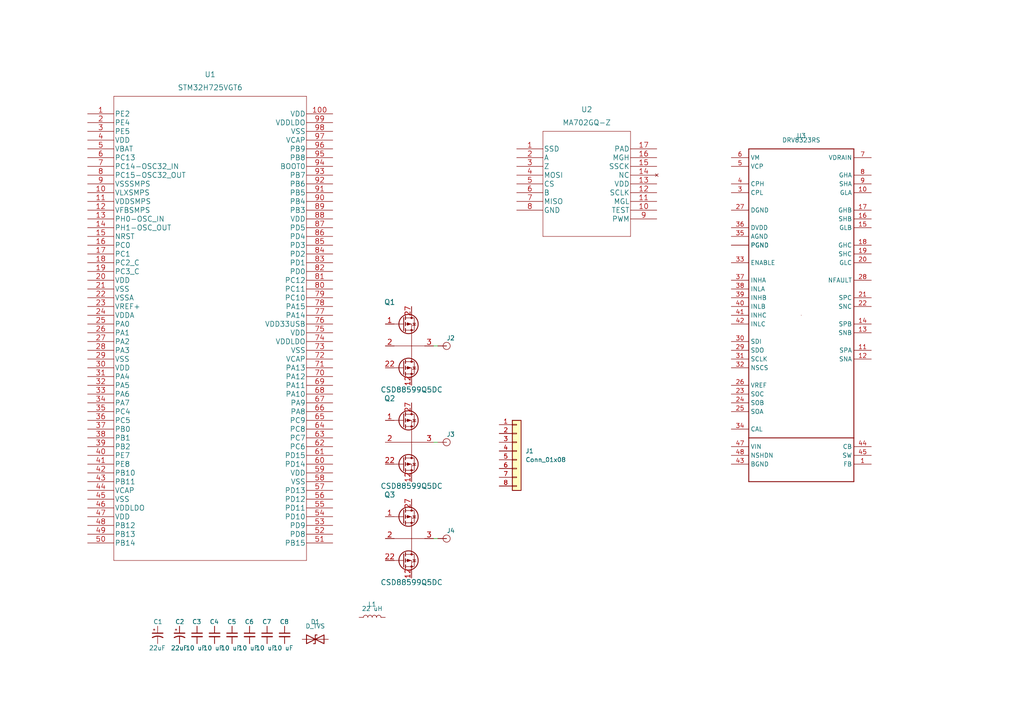
<source format=kicad_sch>
(kicad_sch (version 20220126) (generator eeschema)

  (uuid 23e32b5c-4ca6-4614-a426-44d605a7d8fd)

  (paper "A4")

  (lib_symbols
    (symbol "Connector_Generic:Conn_01x08" (pin_names (offset 1.016) hide) (in_bom yes) (on_board yes)
      (property "Reference" "J" (id 0) (at 0 10.16 0)
        (effects (font (size 1.27 1.27)))
      )
      (property "Value" "Conn_01x08" (id 1) (at 0 -12.7 0)
        (effects (font (size 1.27 1.27)))
      )
      (property "Footprint" "" (id 2) (at 0 0 0)
        (effects (font (size 1.27 1.27)) hide)
      )
      (property "Datasheet" "~" (id 3) (at 0 0 0)
        (effects (font (size 1.27 1.27)) hide)
      )
      (property "ki_keywords" "connector" (id 4) (at 0 0 0)
        (effects (font (size 1.27 1.27)) hide)
      )
      (property "ki_description" "Generic connector, single row, 01x08, script generated (kicad-library-utils/schlib/autogen/connector/)" (id 5) (at 0 0 0)
        (effects (font (size 1.27 1.27)) hide)
      )
      (property "ki_fp_filters" "Connector*:*_1x??_*" (id 6) (at 0 0 0)
        (effects (font (size 1.27 1.27)) hide)
      )
      (symbol "Conn_01x08_1_1"
        (rectangle (start -1.27 -10.033) (end 0 -10.287)
          (stroke (width 0.1524) (type default))
          (fill (type none))
        )
        (rectangle (start -1.27 -7.493) (end 0 -7.747)
          (stroke (width 0.1524) (type default))
          (fill (type none))
        )
        (rectangle (start -1.27 -4.953) (end 0 -5.207)
          (stroke (width 0.1524) (type default))
          (fill (type none))
        )
        (rectangle (start -1.27 -2.413) (end 0 -2.667)
          (stroke (width 0.1524) (type default))
          (fill (type none))
        )
        (rectangle (start -1.27 0.127) (end 0 -0.127)
          (stroke (width 0.1524) (type default))
          (fill (type none))
        )
        (rectangle (start -1.27 2.667) (end 0 2.413)
          (stroke (width 0.1524) (type default))
          (fill (type none))
        )
        (rectangle (start -1.27 5.207) (end 0 4.953)
          (stroke (width 0.1524) (type default))
          (fill (type none))
        )
        (rectangle (start -1.27 7.747) (end 0 7.493)
          (stroke (width 0.1524) (type default))
          (fill (type none))
        )
        (rectangle (start -1.27 8.89) (end 1.27 -11.43)
          (stroke (width 0.254) (type default))
          (fill (type background))
        )
        (pin passive line (at -5.08 7.62 0) (length 3.81)
          (name "Pin_1" (effects (font (size 1.27 1.27))))
          (number "1" (effects (font (size 1.27 1.27))))
        )
        (pin passive line (at -5.08 5.08 0) (length 3.81)
          (name "Pin_2" (effects (font (size 1.27 1.27))))
          (number "2" (effects (font (size 1.27 1.27))))
        )
        (pin passive line (at -5.08 2.54 0) (length 3.81)
          (name "Pin_3" (effects (font (size 1.27 1.27))))
          (number "3" (effects (font (size 1.27 1.27))))
        )
        (pin passive line (at -5.08 0 0) (length 3.81)
          (name "Pin_4" (effects (font (size 1.27 1.27))))
          (number "4" (effects (font (size 1.27 1.27))))
        )
        (pin passive line (at -5.08 -2.54 0) (length 3.81)
          (name "Pin_5" (effects (font (size 1.27 1.27))))
          (number "5" (effects (font (size 1.27 1.27))))
        )
        (pin passive line (at -5.08 -5.08 0) (length 3.81)
          (name "Pin_6" (effects (font (size 1.27 1.27))))
          (number "6" (effects (font (size 1.27 1.27))))
        )
        (pin passive line (at -5.08 -7.62 0) (length 3.81)
          (name "Pin_7" (effects (font (size 1.27 1.27))))
          (number "7" (effects (font (size 1.27 1.27))))
        )
        (pin passive line (at -5.08 -10.16 0) (length 3.81)
          (name "Pin_8" (effects (font (size 1.27 1.27))))
          (number "8" (effects (font (size 1.27 1.27))))
        )
      )
    )
    (symbol "Device:C_Polarized_Small_US" (pin_numbers hide) (pin_names (offset 0.254) hide) (in_bom yes) (on_board yes)
      (property "Reference" "C" (id 0) (at 0.254 1.778 0)
        (effects (font (size 1.27 1.27)) (justify left))
      )
      (property "Value" "C_Polarized_Small_US" (id 1) (at 0.254 -2.032 0)
        (effects (font (size 1.27 1.27)) (justify left))
      )
      (property "Footprint" "" (id 2) (at 0 0 0)
        (effects (font (size 1.27 1.27)) hide)
      )
      (property "Datasheet" "~" (id 3) (at 0 0 0)
        (effects (font (size 1.27 1.27)) hide)
      )
      (property "ki_keywords" "cap capacitor" (id 4) (at 0 0 0)
        (effects (font (size 1.27 1.27)) hide)
      )
      (property "ki_description" "Polarized capacitor, small US symbol" (id 5) (at 0 0 0)
        (effects (font (size 1.27 1.27)) hide)
      )
      (property "ki_fp_filters" "CP_*" (id 6) (at 0 0 0)
        (effects (font (size 1.27 1.27)) hide)
      )
      (symbol "C_Polarized_Small_US_0_1"
        (polyline
          (pts
            (xy -1.524 0.508)
            (xy 1.524 0.508)
          )
          (stroke (width 0.3048) (type default))
          (fill (type none))
        )
        (polyline
          (pts
            (xy -1.27 1.524)
            (xy -0.762 1.524)
          )
          (stroke (width 0) (type default))
          (fill (type none))
        )
        (polyline
          (pts
            (xy -1.016 1.27)
            (xy -1.016 1.778)
          )
          (stroke (width 0) (type default))
          (fill (type none))
        )
        (arc (start 1.524 -0.762) (mid 0 -0.3734) (end -1.524 -0.762)
          (stroke (width 0.3048) (type default))
          (fill (type none))
        )
      )
      (symbol "C_Polarized_Small_US_1_1"
        (pin passive line (at 0 2.54 270) (length 2.032)
          (name "~" (effects (font (size 1.27 1.27))))
          (number "1" (effects (font (size 1.27 1.27))))
        )
        (pin passive line (at 0 -2.54 90) (length 2.032)
          (name "~" (effects (font (size 1.27 1.27))))
          (number "2" (effects (font (size 1.27 1.27))))
        )
      )
    )
    (symbol "Device:C_Small" (pin_numbers hide) (pin_names (offset 0.254) hide) (in_bom yes) (on_board yes)
      (property "Reference" "C" (id 0) (at 0.254 1.778 0)
        (effects (font (size 1.27 1.27)) (justify left))
      )
      (property "Value" "C_Small" (id 1) (at 0.254 -2.032 0)
        (effects (font (size 1.27 1.27)) (justify left))
      )
      (property "Footprint" "" (id 2) (at 0 0 0)
        (effects (font (size 1.27 1.27)) hide)
      )
      (property "Datasheet" "~" (id 3) (at 0 0 0)
        (effects (font (size 1.27 1.27)) hide)
      )
      (property "ki_keywords" "capacitor cap" (id 4) (at 0 0 0)
        (effects (font (size 1.27 1.27)) hide)
      )
      (property "ki_description" "Unpolarized capacitor, small symbol" (id 5) (at 0 0 0)
        (effects (font (size 1.27 1.27)) hide)
      )
      (property "ki_fp_filters" "C_*" (id 6) (at 0 0 0)
        (effects (font (size 1.27 1.27)) hide)
      )
      (symbol "C_Small_0_1"
        (polyline
          (pts
            (xy -1.524 -0.508)
            (xy 1.524 -0.508)
          )
          (stroke (width 0.3302) (type default))
          (fill (type none))
        )
        (polyline
          (pts
            (xy -1.524 0.508)
            (xy 1.524 0.508)
          )
          (stroke (width 0.3048) (type default))
          (fill (type none))
        )
      )
      (symbol "C_Small_1_1"
        (pin passive line (at 0 2.54 270) (length 2.032)
          (name "~" (effects (font (size 1.27 1.27))))
          (number "1" (effects (font (size 1.27 1.27))))
        )
        (pin passive line (at 0 -2.54 90) (length 2.032)
          (name "~" (effects (font (size 1.27 1.27))))
          (number "2" (effects (font (size 1.27 1.27))))
        )
      )
    )
    (symbol "Device:D_TVS" (pin_numbers hide) (pin_names (offset 1.016) hide) (in_bom yes) (on_board yes)
      (property "Reference" "D" (id 0) (at 0 2.54 0)
        (effects (font (size 1.27 1.27)))
      )
      (property "Value" "D_TVS" (id 1) (at 0 -2.54 0)
        (effects (font (size 1.27 1.27)))
      )
      (property "Footprint" "" (id 2) (at 0 0 0)
        (effects (font (size 1.27 1.27)) hide)
      )
      (property "Datasheet" "~" (id 3) (at 0 0 0)
        (effects (font (size 1.27 1.27)) hide)
      )
      (property "ki_keywords" "diode TVS thyrector" (id 4) (at 0 0 0)
        (effects (font (size 1.27 1.27)) hide)
      )
      (property "ki_description" "Bidirectional transient-voltage-suppression diode" (id 5) (at 0 0 0)
        (effects (font (size 1.27 1.27)) hide)
      )
      (property "ki_fp_filters" "TO-???* *_Diode_* *SingleDiode* D_*" (id 6) (at 0 0 0)
        (effects (font (size 1.27 1.27)) hide)
      )
      (symbol "D_TVS_0_1"
        (polyline
          (pts
            (xy 1.27 0)
            (xy -1.27 0)
          )
          (stroke (width 0) (type default))
          (fill (type none))
        )
        (polyline
          (pts
            (xy 0.508 1.27)
            (xy 0 1.27)
            (xy 0 -1.27)
            (xy -0.508 -1.27)
          )
          (stroke (width 0.254) (type default))
          (fill (type none))
        )
        (polyline
          (pts
            (xy -2.54 1.27)
            (xy -2.54 -1.27)
            (xy 2.54 1.27)
            (xy 2.54 -1.27)
            (xy -2.54 1.27)
          )
          (stroke (width 0.254) (type default))
          (fill (type none))
        )
      )
      (symbol "D_TVS_1_1"
        (pin passive line (at -3.81 0 0) (length 2.54)
          (name "A1" (effects (font (size 1.27 1.27))))
          (number "1" (effects (font (size 1.27 1.27))))
        )
        (pin passive line (at 3.81 0 180) (length 2.54)
          (name "A2" (effects (font (size 1.27 1.27))))
          (number "2" (effects (font (size 1.27 1.27))))
        )
      )
    )
    (symbol "Device:L" (pin_numbers hide) (pin_names (offset 1.016) hide) (in_bom yes) (on_board yes)
      (property "Reference" "L" (id 0) (at -1.27 0 90)
        (effects (font (size 1.27 1.27)))
      )
      (property "Value" "L" (id 1) (at 1.905 0 90)
        (effects (font (size 1.27 1.27)))
      )
      (property "Footprint" "" (id 2) (at 0 0 0)
        (effects (font (size 1.27 1.27)) hide)
      )
      (property "Datasheet" "~" (id 3) (at 0 0 0)
        (effects (font (size 1.27 1.27)) hide)
      )
      (property "ki_keywords" "inductor choke coil reactor magnetic" (id 4) (at 0 0 0)
        (effects (font (size 1.27 1.27)) hide)
      )
      (property "ki_description" "Inductor" (id 5) (at 0 0 0)
        (effects (font (size 1.27 1.27)) hide)
      )
      (property "ki_fp_filters" "Choke_* *Coil* Inductor_* L_*" (id 6) (at 0 0 0)
        (effects (font (size 1.27 1.27)) hide)
      )
      (symbol "L_0_1"
        (arc (start 0 -2.54) (mid 0.6322 -1.905) (end 0 -1.27)
          (stroke (width 0) (type default))
          (fill (type none))
        )
        (arc (start 0 -1.27) (mid 0.6322 -0.635) (end 0 0)
          (stroke (width 0) (type default))
          (fill (type none))
        )
        (arc (start 0 0) (mid 0.6322 0.635) (end 0 1.27)
          (stroke (width 0) (type default))
          (fill (type none))
        )
        (arc (start 0 1.27) (mid 0.6322 1.905) (end 0 2.54)
          (stroke (width 0) (type default))
          (fill (type none))
        )
      )
      (symbol "L_1_1"
        (pin passive line (at 0 3.81 270) (length 1.27)
          (name "1" (effects (font (size 1.27 1.27))))
          (number "1" (effects (font (size 1.27 1.27))))
        )
        (pin passive line (at 0 -3.81 90) (length 1.27)
          (name "2" (effects (font (size 1.27 1.27))))
          (number "2" (effects (font (size 1.27 1.27))))
        )
      )
    )
    (symbol "Driver_Motor_T:DRV8323RS" (in_bom yes) (on_board yes)
      (property "Reference" "U" (id 0) (at 0 57.15 0)
        (effects (font (size 1.27 1.27)))
      )
      (property "Value" "DRV8323RS" (id 1) (at 0 54.61 0)
        (effects (font (size 1.27 1.27)))
      )
      (property "Footprint" "Package_QFN_T:DRV8323RHRGZR" (id 2) (at 0 -46.99 0)
        (effects (font (size 1.27 1.27)) hide)
      )
      (property "Datasheet" "" (id 3) (at 0 0 0)
        (effects (font (size 1.27 1.27)) hide)
      )
      (property "ki_fp_filters" "DRV" (id 4) (at 0 0 0)
        (effects (font (size 1.27 1.27)) hide)
      )
      (symbol "DRV8323RS_1_0"
        (polyline
          (pts
            (xy -15.24 -44.45)
            (xy -15.24 -31.75)
          )
          (stroke (width 0.254) (type default))
          (fill (type none))
        )
        (polyline
          (pts
            (xy -15.24 -31.75)
            (xy -15.24 52.07)
          )
          (stroke (width 0.254) (type default))
          (fill (type none))
        )
        (polyline
          (pts
            (xy -15.24 -31.75)
            (xy 15.24 -31.75)
          )
          (stroke (width 0.254) (type default))
          (fill (type none))
        )
        (polyline
          (pts
            (xy -15.24 52.07)
            (xy 15.24 52.07)
          )
          (stroke (width 0.254) (type default))
          (fill (type none))
        )
        (polyline
          (pts
            (xy 15.24 -44.45)
            (xy -15.24 -44.45)
          )
          (stroke (width 0.254) (type default))
          (fill (type none))
        )
        (polyline
          (pts
            (xy 15.24 -31.75)
            (xy 15.24 -44.45)
          )
          (stroke (width 0.254) (type default))
          (fill (type none))
        )
        (polyline
          (pts
            (xy 15.24 52.07)
            (xy 15.24 -31.75)
          )
          (stroke (width 0.254) (type default))
          (fill (type none))
        )
        (pin bidirectional line (at 20.32 -39.37 180) (length 5.08)
          (name "FB" (effects (font (size 1.27 1.27))))
          (number "1" (effects (font (size 1.27 1.27))))
        )
        (pin bidirectional line (at 20.32 39.37 180) (length 5.08)
          (name "GLA" (effects (font (size 1.27 1.27))))
          (number "10" (effects (font (size 1.27 1.27))))
        )
        (pin bidirectional line (at 20.32 -6.35 180) (length 5.08)
          (name "SPA" (effects (font (size 1.27 1.27))))
          (number "11" (effects (font (size 1.27 1.27))))
        )
        (pin bidirectional line (at 20.32 -8.89 180) (length 5.08)
          (name "SNA" (effects (font (size 1.27 1.27))))
          (number "12" (effects (font (size 1.27 1.27))))
        )
        (pin bidirectional line (at 20.32 -1.27 180) (length 5.08)
          (name "SNB" (effects (font (size 1.27 1.27))))
          (number "13" (effects (font (size 1.27 1.27))))
        )
        (pin bidirectional line (at 20.32 1.27 180) (length 5.08)
          (name "SPB" (effects (font (size 1.27 1.27))))
          (number "14" (effects (font (size 1.27 1.27))))
        )
        (pin bidirectional line (at 20.32 29.21 180) (length 5.08)
          (name "GLB" (effects (font (size 1.27 1.27))))
          (number "15" (effects (font (size 1.27 1.27))))
        )
        (pin bidirectional line (at 20.32 31.75 180) (length 5.08)
          (name "SHB" (effects (font (size 1.27 1.27))))
          (number "16" (effects (font (size 1.27 1.27))))
        )
        (pin bidirectional line (at 20.32 34.29 180) (length 5.08)
          (name "GHB" (effects (font (size 1.27 1.27))))
          (number "17" (effects (font (size 1.27 1.27))))
        )
        (pin bidirectional line (at 20.32 24.13 180) (length 5.08)
          (name "GHC" (effects (font (size 1.27 1.27))))
          (number "18" (effects (font (size 1.27 1.27))))
        )
        (pin bidirectional line (at 20.32 21.59 180) (length 5.08)
          (name "SHC" (effects (font (size 1.27 1.27))))
          (number "19" (effects (font (size 1.27 1.27))))
        )
        (pin bidirectional line (at -20.32 24.13 0) (length 5.08)
          (name "PGND" (effects (font (size 1.27 1.27))))
          (number "2" (effects (font (size 0 0))))
        )
        (pin bidirectional line (at 20.32 19.05 180) (length 5.08)
          (name "GLC" (effects (font (size 1.27 1.27))))
          (number "20" (effects (font (size 1.27 1.27))))
        )
        (pin bidirectional line (at 20.32 8.89 180) (length 5.08)
          (name "SPC" (effects (font (size 1.27 1.27))))
          (number "21" (effects (font (size 1.27 1.27))))
        )
        (pin bidirectional line (at 20.32 6.35 180) (length 5.08)
          (name "SNC" (effects (font (size 1.27 1.27))))
          (number "22" (effects (font (size 1.27 1.27))))
        )
        (pin bidirectional line (at -20.32 -19.05 0) (length 5.08)
          (name "SOC" (effects (font (size 1.27 1.27))))
          (number "23" (effects (font (size 1.27 1.27))))
        )
        (pin bidirectional line (at -20.32 -21.59 0) (length 5.08)
          (name "SOB" (effects (font (size 1.27 1.27))))
          (number "24" (effects (font (size 1.27 1.27))))
        )
        (pin bidirectional line (at -20.32 -24.13 0) (length 5.08)
          (name "SOA" (effects (font (size 1.27 1.27))))
          (number "25" (effects (font (size 1.27 1.27))))
        )
        (pin bidirectional line (at -20.32 -16.51 0) (length 5.08)
          (name "VREF" (effects (font (size 1.27 1.27))))
          (number "26" (effects (font (size 1.27 1.27))))
        )
        (pin bidirectional line (at -20.32 34.29 0) (length 5.08)
          (name "DGND" (effects (font (size 1.27 1.27))))
          (number "27" (effects (font (size 1.27 1.27))))
        )
        (pin bidirectional line (at 20.32 13.97 180) (length 5.08)
          (name "NFAULT" (effects (font (size 1.27 1.27))))
          (number "28" (effects (font (size 1.27 1.27))))
        )
        (pin bidirectional line (at -20.32 -6.35 0) (length 5.08)
          (name "SDO" (effects (font (size 1.27 1.27))))
          (number "29" (effects (font (size 1.27 1.27))))
        )
        (pin bidirectional line (at -20.32 39.37 0) (length 5.08)
          (name "CPL" (effects (font (size 1.27 1.27))))
          (number "3" (effects (font (size 1.27 1.27))))
        )
        (pin bidirectional line (at -20.32 -3.81 0) (length 5.08)
          (name "SDI" (effects (font (size 1.27 1.27))))
          (number "30" (effects (font (size 1.27 1.27))))
        )
        (pin bidirectional line (at -20.32 -8.89 0) (length 5.08)
          (name "SCLK" (effects (font (size 1.27 1.27))))
          (number "31" (effects (font (size 1.27 1.27))))
        )
        (pin bidirectional line (at -20.32 -11.43 0) (length 5.08)
          (name "NSCS" (effects (font (size 1.27 1.27))))
          (number "32" (effects (font (size 1.27 1.27))))
        )
        (pin bidirectional line (at -20.32 19.05 0) (length 5.08)
          (name "ENABLE" (effects (font (size 1.27 1.27))))
          (number "33" (effects (font (size 1.27 1.27))))
        )
        (pin bidirectional line (at -20.32 -29.21 0) (length 5.08)
          (name "CAL" (effects (font (size 1.27 1.27))))
          (number "34" (effects (font (size 1.27 1.27))))
        )
        (pin bidirectional line (at -20.32 26.67 0) (length 5.08)
          (name "AGND" (effects (font (size 1.27 1.27))))
          (number "35" (effects (font (size 1.27 1.27))))
        )
        (pin bidirectional line (at -20.32 29.21 0) (length 5.08)
          (name "DVDD" (effects (font (size 1.27 1.27))))
          (number "36" (effects (font (size 1.27 1.27))))
        )
        (pin bidirectional line (at -20.32 13.97 0) (length 5.08)
          (name "INHA" (effects (font (size 1.27 1.27))))
          (number "37" (effects (font (size 1.27 1.27))))
        )
        (pin bidirectional line (at -20.32 11.43 0) (length 5.08)
          (name "INLA" (effects (font (size 1.27 1.27))))
          (number "38" (effects (font (size 1.27 1.27))))
        )
        (pin bidirectional line (at -20.32 8.89 0) (length 5.08)
          (name "INHB" (effects (font (size 1.27 1.27))))
          (number "39" (effects (font (size 1.27 1.27))))
        )
        (pin bidirectional line (at -20.32 41.91 0) (length 5.08)
          (name "CPH" (effects (font (size 1.27 1.27))))
          (number "4" (effects (font (size 1.27 1.27))))
        )
        (pin bidirectional line (at -20.32 6.35 0) (length 5.08)
          (name "INLB" (effects (font (size 1.27 1.27))))
          (number "40" (effects (font (size 1.27 1.27))))
        )
        (pin bidirectional line (at -20.32 3.81 0) (length 5.08)
          (name "INHC" (effects (font (size 1.27 1.27))))
          (number "41" (effects (font (size 1.27 1.27))))
        )
        (pin bidirectional line (at -20.32 1.27 0) (length 5.08)
          (name "INLC" (effects (font (size 1.27 1.27))))
          (number "42" (effects (font (size 1.27 1.27))))
        )
        (pin bidirectional line (at -20.32 -39.37 0) (length 5.08)
          (name "BGND" (effects (font (size 1.27 1.27))))
          (number "43" (effects (font (size 1.27 1.27))))
        )
        (pin bidirectional line (at 20.32 -34.29 180) (length 5.08)
          (name "CB" (effects (font (size 1.27 1.27))))
          (number "44" (effects (font (size 1.27 1.27))))
        )
        (pin bidirectional line (at 20.32 -36.83 180) (length 5.08)
          (name "SW" (effects (font (size 1.27 1.27))))
          (number "45" (effects (font (size 1.27 1.27))))
        )
        (pin bidirectional line (at 0 3.81 90) (length 0)
          (name "NC" (effects (font (size 0 0))))
          (number "46" (effects (font (size 0 0))))
        )
        (pin bidirectional line (at -20.32 -34.29 0) (length 5.08)
          (name "VIN" (effects (font (size 1.27 1.27))))
          (number "47" (effects (font (size 1.27 1.27))))
        )
        (pin bidirectional line (at -20.32 -36.83 0) (length 5.08)
          (name "NSHDN" (effects (font (size 1.27 1.27))))
          (number "48" (effects (font (size 1.27 1.27))))
        )
        (pin bidirectional line (at -20.32 24.13 0) (length 5.08)
          (name "PGND" (effects (font (size 1.27 1.27))))
          (number "49" (effects (font (size 0 0))))
        )
        (pin bidirectional line (at -20.32 46.99 0) (length 5.08)
          (name "VCP" (effects (font (size 1.27 1.27))))
          (number "5" (effects (font (size 1.27 1.27))))
        )
        (pin bidirectional line (at -20.32 49.53 0) (length 5.08)
          (name "VM" (effects (font (size 1.27 1.27))))
          (number "6" (effects (font (size 1.27 1.27))))
        )
        (pin bidirectional line (at 20.32 49.53 180) (length 5.08)
          (name "VDRAIN" (effects (font (size 1.27 1.27))))
          (number "7" (effects (font (size 1.27 1.27))))
        )
        (pin bidirectional line (at 20.32 44.45 180) (length 5.08)
          (name "GHA" (effects (font (size 1.27 1.27))))
          (number "8" (effects (font (size 1.27 1.27))))
        )
        (pin bidirectional line (at 20.32 41.91 180) (length 5.08)
          (name "SHA" (effects (font (size 1.27 1.27))))
          (number "9" (effects (font (size 1.27 1.27))))
        )
      )
    )
    (symbol "PTH:PTH" (pin_numbers hide) (pin_names hide) (in_bom yes) (on_board yes)
      (property "Reference" "J" (id 0) (at 0 2.286 0)
        (effects (font (size 1.27 1.27)))
      )
      (property "Value" "PTH" (id 1) (at 0 -2.54 0)
        (effects (font (size 1.27 1.27)) hide)
      )
      (property "Footprint" "" (id 2) (at 0 0 0)
        (effects (font (size 1.27 1.27)) hide)
      )
      (property "Datasheet" "" (id 3) (at 0 0 0)
        (effects (font (size 1.27 1.27)) hide)
      )
      (property "ki_fp_filters" "*PTH_*" (id 4) (at 0 0 0)
        (effects (font (size 1.27 1.27)) hide)
      )
      (symbol "PTH_0_1"
        (circle (center 0 0) (radius 1.0473)
          (stroke (width 0) (type default))
          (fill (type none))
        )
      )
      (symbol "PTH_1_1"
        (pin input line (at -2.54 0 0) (length 2.54)
          (name "PTH" (effects (font (size 1.4986 1.4986))))
          (number "1" (effects (font (size 1.4986 1.4986))))
        )
      )
    )
    (symbol "PTH_1" (pin_numbers hide) (pin_names hide) (in_bom yes) (on_board yes)
      (property "Reference" "J" (id 0) (at 0 2.286 0)
        (effects (font (size 1.27 1.27)))
      )
      (property "Value" "PTH_1" (id 1) (at 0 -2.54 0)
        (effects (font (size 1.27 1.27)) hide)
      )
      (property "Footprint" "" (id 2) (at 0 0 0)
        (effects (font (size 1.27 1.27)) hide)
      )
      (property "Datasheet" "" (id 3) (at 0 0 0)
        (effects (font (size 1.27 1.27)) hide)
      )
      (property "ki_fp_filters" "*PTH_*" (id 4) (at 0 0 0)
        (effects (font (size 1.27 1.27)) hide)
      )
      (symbol "PTH_1_0_1"
        (circle (center 0 0) (radius 1.0473)
          (stroke (width 0) (type default))
          (fill (type none))
        )
      )
      (symbol "PTH_1_1_1"
        (pin input line (at -2.54 0 0) (length 2.54)
          (name "PTH" (effects (font (size 1.4986 1.4986))))
          (number "1" (effects (font (size 1.4986 1.4986))))
        )
      )
    )
    (symbol "PTH_2" (pin_numbers hide) (pin_names hide) (in_bom yes) (on_board yes)
      (property "Reference" "J" (id 0) (at 0 2.286 0)
        (effects (font (size 1.27 1.27)))
      )
      (property "Value" "PTH_2" (id 1) (at 0 -2.54 0)
        (effects (font (size 1.27 1.27)) hide)
      )
      (property "Footprint" "" (id 2) (at 0 0 0)
        (effects (font (size 1.27 1.27)) hide)
      )
      (property "Datasheet" "" (id 3) (at 0 0 0)
        (effects (font (size 1.27 1.27)) hide)
      )
      (property "ki_fp_filters" "*PTH_*" (id 4) (at 0 0 0)
        (effects (font (size 1.27 1.27)) hide)
      )
      (symbol "PTH_2_0_1"
        (circle (center 0 0) (radius 1.0473)
          (stroke (width 0) (type default))
          (fill (type none))
        )
      )
      (symbol "PTH_2_1_1"
        (pin input line (at -2.54 0 0) (length 2.54)
          (name "PTH" (effects (font (size 1.4986 1.4986))))
          (number "1" (effects (font (size 1.4986 1.4986))))
        )
      )
    )
    (symbol "TEncoder:MA702GQ-Z" (pin_names (offset 0.254)) (in_bom yes) (on_board yes)
      (property "Reference" "U" (id 0) (at 20.32 10.16 0)
        (effects (font (size 1.524 1.524)))
      )
      (property "Value" "MA702GQ-Z" (id 1) (at 20.32 7.62 0)
        (effects (font (size 1.524 1.524)))
      )
      (property "Footprint" "TPackage_QFN:MA702GQ-Z" (id 2) (at 20.32 6.096 0)
        (effects (font (size 1.524 1.524)) hide)
      )
      (property "Datasheet" "" (id 3) (at 0 0 0)
        (effects (font (size 1.524 1.524)))
      )
      (property "ki_fp_filters" "QFN-3x3_MA702_MNP QFN{space}16{space}3x3" (id 4) (at 0 0 0)
        (effects (font (size 1.27 1.27)) hide)
      )
      (symbol "MA702GQ-Z_1_1"
        (polyline
          (pts
            (xy 7.62 -25.4)
            (xy 33.02 -25.4)
          )
          (stroke (width 0.127) (type default))
          (fill (type none))
        )
        (polyline
          (pts
            (xy 7.62 5.08)
            (xy 7.62 -25.4)
          )
          (stroke (width 0.127) (type default))
          (fill (type none))
        )
        (polyline
          (pts
            (xy 33.02 -25.4)
            (xy 33.02 5.08)
          )
          (stroke (width 0.127) (type default))
          (fill (type none))
        )
        (polyline
          (pts
            (xy 33.02 5.08)
            (xy 7.62 5.08)
          )
          (stroke (width 0.127) (type default))
          (fill (type none))
        )
        (pin output line (at 0 0 0) (length 7.62)
          (name "SSD" (effects (font (size 1.4986 1.4986))))
          (number "1" (effects (font (size 1.4986 1.4986))))
        )
        (pin unspecified line (at 40.64 -17.78 180) (length 7.62)
          (name "TEST" (effects (font (size 1.4986 1.4986))))
          (number "10" (effects (font (size 1.4986 1.4986))))
        )
        (pin output line (at 40.64 -15.24 180) (length 7.62)
          (name "MGL" (effects (font (size 1.4986 1.4986))))
          (number "11" (effects (font (size 1.4986 1.4986))))
        )
        (pin unspecified line (at 40.64 -12.7 180) (length 7.62)
          (name "SCLK" (effects (font (size 1.4986 1.4986))))
          (number "12" (effects (font (size 1.4986 1.4986))))
        )
        (pin power_in line (at 40.64 -10.16 180) (length 7.62)
          (name "VDD" (effects (font (size 1.4986 1.4986))))
          (number "13" (effects (font (size 1.4986 1.4986))))
        )
        (pin no_connect line (at 40.64 -7.62 180) (length 7.62)
          (name "NC" (effects (font (size 1.4986 1.4986))))
          (number "14" (effects (font (size 1.4986 1.4986))))
        )
        (pin unspecified line (at 40.64 -5.08 180) (length 7.62)
          (name "SSCK" (effects (font (size 1.4986 1.4986))))
          (number "15" (effects (font (size 1.4986 1.4986))))
        )
        (pin output line (at 40.64 -2.54 180) (length 7.62)
          (name "MGH" (effects (font (size 1.4986 1.4986))))
          (number "16" (effects (font (size 1.4986 1.4986))))
        )
        (pin power_in line (at 40.64 0 180) (length 7.62)
          (name "PAD" (effects (font (size 1.4986 1.4986))))
          (number "17" (effects (font (size 1.4986 1.4986))))
        )
        (pin output line (at 0 -2.54 0) (length 7.62)
          (name "A" (effects (font (size 1.4986 1.4986))))
          (number "2" (effects (font (size 1.4986 1.4986))))
        )
        (pin output line (at 0 -5.08 0) (length 7.62)
          (name "Z" (effects (font (size 1.4986 1.4986))))
          (number "3" (effects (font (size 1.4986 1.4986))))
        )
        (pin input line (at 0 -7.62 0) (length 7.62)
          (name "MOSI" (effects (font (size 1.4986 1.4986))))
          (number "4" (effects (font (size 1.4986 1.4986))))
        )
        (pin unspecified line (at 0 -10.16 0) (length 7.62)
          (name "CS" (effects (font (size 1.4986 1.4986))))
          (number "5" (effects (font (size 1.4986 1.4986))))
        )
        (pin output line (at 0 -12.7 0) (length 7.62)
          (name "B" (effects (font (size 1.4986 1.4986))))
          (number "6" (effects (font (size 1.4986 1.4986))))
        )
        (pin output line (at 0 -15.24 0) (length 7.62)
          (name "MISO" (effects (font (size 1.4986 1.4986))))
          (number "7" (effects (font (size 1.4986 1.4986))))
        )
        (pin power_in line (at 0 -17.78 0) (length 7.62)
          (name "GND" (effects (font (size 1.4986 1.4986))))
          (number "8" (effects (font (size 1.4986 1.4986))))
        )
        (pin output line (at 40.64 -20.32 180) (length 7.62)
          (name "PWM" (effects (font (size 1.4986 1.4986))))
          (number "9" (effects (font (size 1.4986 1.4986))))
        )
      )
    )
    (symbol "TMCU_ST_STM32H7:STM32H725VGT6" (pin_names (offset 0.254)) (in_bom yes) (on_board yes)
      (property "Reference" "U" (id 0) (at 35.56 10.16 0)
        (effects (font (size 1.524 1.524)))
      )
      (property "Value" "STM32H725VGT6" (id 1) (at 35.56 7.62 0)
        (effects (font (size 1.524 1.524)))
      )
      (property "Footprint" "Package_QFP:LQFP-100_14x14mm_P0.5mm" (id 2) (at 35.56 6.096 0)
        (effects (font (size 1.524 1.524)) hide)
      )
      (property "Datasheet" "" (id 3) (at 0 0 0)
        (effects (font (size 1.524 1.524)))
      )
      (property "ki_fp_filters" "LQFP-100 LQFP100_14X14_STM-M LQFP100_14X14_STM-L" (id 4) (at 0 0 0)
        (effects (font (size 1.27 1.27)) hide)
      )
      (symbol "STM32H725VGT6_1_1"
        (polyline
          (pts
            (xy 7.62 -129.54)
            (xy 63.5 -129.54)
          )
          (stroke (width 0.127) (type default))
          (fill (type none))
        )
        (polyline
          (pts
            (xy 7.62 5.08)
            (xy 7.62 -129.54)
          )
          (stroke (width 0.127) (type default))
          (fill (type none))
        )
        (polyline
          (pts
            (xy 63.5 -129.54)
            (xy 63.5 5.08)
          )
          (stroke (width 0.127) (type default))
          (fill (type none))
        )
        (polyline
          (pts
            (xy 63.5 5.08)
            (xy 7.62 5.08)
          )
          (stroke (width 0.127) (type default))
          (fill (type none))
        )
        (pin bidirectional line (at 0 0 0) (length 7.62)
          (name "PE2" (effects (font (size 1.4986 1.4986))))
          (number "1" (effects (font (size 1.4986 1.4986))))
        )
        (pin power_in line (at 0 -22.86 0) (length 7.62)
          (name "VLXSMPS" (effects (font (size 1.4986 1.4986))))
          (number "10" (effects (font (size 1.4986 1.4986))))
        )
        (pin power_in line (at 71.12 0 180) (length 7.62)
          (name "VDD" (effects (font (size 1.4986 1.4986))))
          (number "100" (effects (font (size 1.4986 1.4986))))
        )
        (pin power_in line (at 0 -25.4 0) (length 7.62)
          (name "VDDSMPS" (effects (font (size 1.4986 1.4986))))
          (number "11" (effects (font (size 1.4986 1.4986))))
        )
        (pin power_in line (at 0 -27.94 0) (length 7.62)
          (name "VFBSMPS" (effects (font (size 1.4986 1.4986))))
          (number "12" (effects (font (size 1.4986 1.4986))))
        )
        (pin bidirectional line (at 0 -30.48 0) (length 7.62)
          (name "PH0-OSC_IN" (effects (font (size 1.4986 1.4986))))
          (number "13" (effects (font (size 1.4986 1.4986))))
        )
        (pin bidirectional line (at 0 -33.02 0) (length 7.62)
          (name "PH1-OSC_OUT" (effects (font (size 1.4986 1.4986))))
          (number "14" (effects (font (size 1.4986 1.4986))))
        )
        (pin bidirectional line (at 0 -35.56 0) (length 7.62)
          (name "NRST" (effects (font (size 1.4986 1.4986))))
          (number "15" (effects (font (size 1.4986 1.4986))))
        )
        (pin bidirectional line (at 0 -38.1 0) (length 7.62)
          (name "PC0" (effects (font (size 1.4986 1.4986))))
          (number "16" (effects (font (size 1.4986 1.4986))))
        )
        (pin bidirectional line (at 0 -40.64 0) (length 7.62)
          (name "PC1" (effects (font (size 1.4986 1.4986))))
          (number "17" (effects (font (size 1.4986 1.4986))))
        )
        (pin bidirectional line (at 0 -43.18 0) (length 7.62)
          (name "PC2_C" (effects (font (size 1.4986 1.4986))))
          (number "18" (effects (font (size 1.4986 1.4986))))
        )
        (pin bidirectional line (at 0 -45.72 0) (length 7.62)
          (name "PC3_C" (effects (font (size 1.4986 1.4986))))
          (number "19" (effects (font (size 1.4986 1.4986))))
        )
        (pin bidirectional line (at 0 -2.54 0) (length 7.62)
          (name "PE4" (effects (font (size 1.4986 1.4986))))
          (number "2" (effects (font (size 1.4986 1.4986))))
        )
        (pin power_in line (at 0 -48.26 0) (length 7.62)
          (name "VDD" (effects (font (size 1.4986 1.4986))))
          (number "20" (effects (font (size 1.4986 1.4986))))
        )
        (pin power_in line (at 0 -50.8 0) (length 7.62)
          (name "VSS" (effects (font (size 1.4986 1.4986))))
          (number "21" (effects (font (size 1.4986 1.4986))))
        )
        (pin power_in line (at 0 -53.34 0) (length 7.62)
          (name "VSSA" (effects (font (size 1.4986 1.4986))))
          (number "22" (effects (font (size 1.4986 1.4986))))
        )
        (pin power_in line (at 0 -55.88 0) (length 7.62)
          (name "VREF+" (effects (font (size 1.4986 1.4986))))
          (number "23" (effects (font (size 1.4986 1.4986))))
        )
        (pin power_in line (at 0 -58.42 0) (length 7.62)
          (name "VDDA" (effects (font (size 1.4986 1.4986))))
          (number "24" (effects (font (size 1.4986 1.4986))))
        )
        (pin bidirectional line (at 0 -60.96 0) (length 7.62)
          (name "PA0" (effects (font (size 1.4986 1.4986))))
          (number "25" (effects (font (size 1.4986 1.4986))))
        )
        (pin bidirectional line (at 0 -63.5 0) (length 7.62)
          (name "PA1" (effects (font (size 1.4986 1.4986))))
          (number "26" (effects (font (size 1.4986 1.4986))))
        )
        (pin bidirectional line (at 0 -66.04 0) (length 7.62)
          (name "PA2" (effects (font (size 1.4986 1.4986))))
          (number "27" (effects (font (size 1.4986 1.4986))))
        )
        (pin bidirectional line (at 0 -68.58 0) (length 7.62)
          (name "PA3" (effects (font (size 1.4986 1.4986))))
          (number "28" (effects (font (size 1.4986 1.4986))))
        )
        (pin power_in line (at 0 -71.12 0) (length 7.62)
          (name "VSS" (effects (font (size 1.4986 1.4986))))
          (number "29" (effects (font (size 1.4986 1.4986))))
        )
        (pin bidirectional line (at 0 -5.08 0) (length 7.62)
          (name "PE5" (effects (font (size 1.4986 1.4986))))
          (number "3" (effects (font (size 1.4986 1.4986))))
        )
        (pin power_in line (at 0 -73.66 0) (length 7.62)
          (name "VDD" (effects (font (size 1.4986 1.4986))))
          (number "30" (effects (font (size 1.4986 1.4986))))
        )
        (pin bidirectional line (at 0 -76.2 0) (length 7.62)
          (name "PA4" (effects (font (size 1.4986 1.4986))))
          (number "31" (effects (font (size 1.4986 1.4986))))
        )
        (pin bidirectional line (at 0 -78.74 0) (length 7.62)
          (name "PA5" (effects (font (size 1.4986 1.4986))))
          (number "32" (effects (font (size 1.4986 1.4986))))
        )
        (pin bidirectional line (at 0 -81.28 0) (length 7.62)
          (name "PA6" (effects (font (size 1.4986 1.4986))))
          (number "33" (effects (font (size 1.4986 1.4986))))
        )
        (pin bidirectional line (at 0 -83.82 0) (length 7.62)
          (name "PA7" (effects (font (size 1.4986 1.4986))))
          (number "34" (effects (font (size 1.4986 1.4986))))
        )
        (pin bidirectional line (at 0 -86.36 0) (length 7.62)
          (name "PC4" (effects (font (size 1.4986 1.4986))))
          (number "35" (effects (font (size 1.4986 1.4986))))
        )
        (pin bidirectional line (at 0 -88.9 0) (length 7.62)
          (name "PC5" (effects (font (size 1.4986 1.4986))))
          (number "36" (effects (font (size 1.4986 1.4986))))
        )
        (pin bidirectional line (at 0 -91.44 0) (length 7.62)
          (name "PB0" (effects (font (size 1.4986 1.4986))))
          (number "37" (effects (font (size 1.4986 1.4986))))
        )
        (pin bidirectional line (at 0 -93.98 0) (length 7.62)
          (name "PB1" (effects (font (size 1.4986 1.4986))))
          (number "38" (effects (font (size 1.4986 1.4986))))
        )
        (pin bidirectional line (at 0 -96.52 0) (length 7.62)
          (name "PB2" (effects (font (size 1.4986 1.4986))))
          (number "39" (effects (font (size 1.4986 1.4986))))
        )
        (pin power_in line (at 0 -7.62 0) (length 7.62)
          (name "VDD" (effects (font (size 1.4986 1.4986))))
          (number "4" (effects (font (size 1.4986 1.4986))))
        )
        (pin bidirectional line (at 0 -99.06 0) (length 7.62)
          (name "PE7" (effects (font (size 1.4986 1.4986))))
          (number "40" (effects (font (size 1.4986 1.4986))))
        )
        (pin bidirectional line (at 0 -101.6 0) (length 7.62)
          (name "PE8" (effects (font (size 1.4986 1.4986))))
          (number "41" (effects (font (size 1.4986 1.4986))))
        )
        (pin bidirectional line (at 0 -104.14 0) (length 7.62)
          (name "PB10" (effects (font (size 1.4986 1.4986))))
          (number "42" (effects (font (size 1.4986 1.4986))))
        )
        (pin bidirectional line (at 0 -106.68 0) (length 7.62)
          (name "PB11" (effects (font (size 1.4986 1.4986))))
          (number "43" (effects (font (size 1.4986 1.4986))))
        )
        (pin power_in line (at 0 -109.22 0) (length 7.62)
          (name "VCAP" (effects (font (size 1.4986 1.4986))))
          (number "44" (effects (font (size 1.4986 1.4986))))
        )
        (pin power_in line (at 0 -111.76 0) (length 7.62)
          (name "VSS" (effects (font (size 1.4986 1.4986))))
          (number "45" (effects (font (size 1.4986 1.4986))))
        )
        (pin power_in line (at 0 -114.3 0) (length 7.62)
          (name "VDDLDO" (effects (font (size 1.4986 1.4986))))
          (number "46" (effects (font (size 1.4986 1.4986))))
        )
        (pin power_in line (at 0 -116.84 0) (length 7.62)
          (name "VDD" (effects (font (size 1.4986 1.4986))))
          (number "47" (effects (font (size 1.4986 1.4986))))
        )
        (pin bidirectional line (at 0 -119.38 0) (length 7.62)
          (name "PB12" (effects (font (size 1.4986 1.4986))))
          (number "48" (effects (font (size 1.4986 1.4986))))
        )
        (pin bidirectional line (at 0 -121.92 0) (length 7.62)
          (name "PB13" (effects (font (size 1.4986 1.4986))))
          (number "49" (effects (font (size 1.4986 1.4986))))
        )
        (pin power_in line (at 0 -10.16 0) (length 7.62)
          (name "VBAT" (effects (font (size 1.4986 1.4986))))
          (number "5" (effects (font (size 1.4986 1.4986))))
        )
        (pin bidirectional line (at 0 -124.46 0) (length 7.62)
          (name "PB14" (effects (font (size 1.4986 1.4986))))
          (number "50" (effects (font (size 1.4986 1.4986))))
        )
        (pin bidirectional line (at 71.12 -124.46 180) (length 7.62)
          (name "PB15" (effects (font (size 1.4986 1.4986))))
          (number "51" (effects (font (size 1.4986 1.4986))))
        )
        (pin bidirectional line (at 71.12 -121.92 180) (length 7.62)
          (name "PD8" (effects (font (size 1.4986 1.4986))))
          (number "52" (effects (font (size 1.4986 1.4986))))
        )
        (pin bidirectional line (at 71.12 -119.38 180) (length 7.62)
          (name "PD9" (effects (font (size 1.4986 1.4986))))
          (number "53" (effects (font (size 1.4986 1.4986))))
        )
        (pin bidirectional line (at 71.12 -116.84 180) (length 7.62)
          (name "PD10" (effects (font (size 1.4986 1.4986))))
          (number "54" (effects (font (size 1.4986 1.4986))))
        )
        (pin bidirectional line (at 71.12 -114.3 180) (length 7.62)
          (name "PD11" (effects (font (size 1.4986 1.4986))))
          (number "55" (effects (font (size 1.4986 1.4986))))
        )
        (pin bidirectional line (at 71.12 -111.76 180) (length 7.62)
          (name "PD12" (effects (font (size 1.4986 1.4986))))
          (number "56" (effects (font (size 1.4986 1.4986))))
        )
        (pin bidirectional line (at 71.12 -109.22 180) (length 7.62)
          (name "PD13" (effects (font (size 1.4986 1.4986))))
          (number "57" (effects (font (size 1.4986 1.4986))))
        )
        (pin power_in line (at 71.12 -106.68 180) (length 7.62)
          (name "VSS" (effects (font (size 1.4986 1.4986))))
          (number "58" (effects (font (size 1.4986 1.4986))))
        )
        (pin power_in line (at 71.12 -104.14 180) (length 7.62)
          (name "VDD" (effects (font (size 1.4986 1.4986))))
          (number "59" (effects (font (size 1.4986 1.4986))))
        )
        (pin bidirectional line (at 0 -12.7 0) (length 7.62)
          (name "PC13" (effects (font (size 1.4986 1.4986))))
          (number "6" (effects (font (size 1.4986 1.4986))))
        )
        (pin bidirectional line (at 71.12 -101.6 180) (length 7.62)
          (name "PD14" (effects (font (size 1.4986 1.4986))))
          (number "60" (effects (font (size 1.4986 1.4986))))
        )
        (pin bidirectional line (at 71.12 -99.06 180) (length 7.62)
          (name "PD15" (effects (font (size 1.4986 1.4986))))
          (number "61" (effects (font (size 1.4986 1.4986))))
        )
        (pin bidirectional line (at 71.12 -96.52 180) (length 7.62)
          (name "PC6" (effects (font (size 1.4986 1.4986))))
          (number "62" (effects (font (size 1.4986 1.4986))))
        )
        (pin bidirectional line (at 71.12 -93.98 180) (length 7.62)
          (name "PC7" (effects (font (size 1.4986 1.4986))))
          (number "63" (effects (font (size 1.4986 1.4986))))
        )
        (pin bidirectional line (at 71.12 -91.44 180) (length 7.62)
          (name "PC8" (effects (font (size 1.4986 1.4986))))
          (number "64" (effects (font (size 1.4986 1.4986))))
        )
        (pin bidirectional line (at 71.12 -88.9 180) (length 7.62)
          (name "PC9" (effects (font (size 1.4986 1.4986))))
          (number "65" (effects (font (size 1.4986 1.4986))))
        )
        (pin bidirectional line (at 71.12 -86.36 180) (length 7.62)
          (name "PA8" (effects (font (size 1.4986 1.4986))))
          (number "66" (effects (font (size 1.4986 1.4986))))
        )
        (pin bidirectional line (at 71.12 -83.82 180) (length 7.62)
          (name "PA9" (effects (font (size 1.4986 1.4986))))
          (number "67" (effects (font (size 1.4986 1.4986))))
        )
        (pin bidirectional line (at 71.12 -81.28 180) (length 7.62)
          (name "PA10" (effects (font (size 1.4986 1.4986))))
          (number "68" (effects (font (size 1.4986 1.4986))))
        )
        (pin bidirectional line (at 71.12 -78.74 180) (length 7.62)
          (name "PA11" (effects (font (size 1.4986 1.4986))))
          (number "69" (effects (font (size 1.4986 1.4986))))
        )
        (pin bidirectional line (at 0 -15.24 0) (length 7.62)
          (name "PC14-OSC32_IN" (effects (font (size 1.4986 1.4986))))
          (number "7" (effects (font (size 1.4986 1.4986))))
        )
        (pin bidirectional line (at 71.12 -76.2 180) (length 7.62)
          (name "PA12" (effects (font (size 1.4986 1.4986))))
          (number "70" (effects (font (size 1.4986 1.4986))))
        )
        (pin bidirectional line (at 71.12 -73.66 180) (length 7.62)
          (name "PA13" (effects (font (size 1.4986 1.4986))))
          (number "71" (effects (font (size 1.4986 1.4986))))
        )
        (pin power_in line (at 71.12 -71.12 180) (length 7.62)
          (name "VCAP" (effects (font (size 1.4986 1.4986))))
          (number "72" (effects (font (size 1.4986 1.4986))))
        )
        (pin power_in line (at 71.12 -68.58 180) (length 7.62)
          (name "VSS" (effects (font (size 1.4986 1.4986))))
          (number "73" (effects (font (size 1.4986 1.4986))))
        )
        (pin power_in line (at 71.12 -66.04 180) (length 7.62)
          (name "VDDLDO" (effects (font (size 1.4986 1.4986))))
          (number "74" (effects (font (size 1.4986 1.4986))))
        )
        (pin power_in line (at 71.12 -63.5 180) (length 7.62)
          (name "VDD" (effects (font (size 1.4986 1.4986))))
          (number "75" (effects (font (size 1.4986 1.4986))))
        )
        (pin power_in line (at 71.12 -60.96 180) (length 7.62)
          (name "VDD33USB" (effects (font (size 1.4986 1.4986))))
          (number "76" (effects (font (size 1.4986 1.4986))))
        )
        (pin bidirectional line (at 71.12 -58.42 180) (length 7.62)
          (name "PA14" (effects (font (size 1.4986 1.4986))))
          (number "77" (effects (font (size 1.4986 1.4986))))
        )
        (pin bidirectional line (at 71.12 -55.88 180) (length 7.62)
          (name "PA15" (effects (font (size 1.4986 1.4986))))
          (number "78" (effects (font (size 1.4986 1.4986))))
        )
        (pin bidirectional line (at 71.12 -53.34 180) (length 7.62)
          (name "PC10" (effects (font (size 1.4986 1.4986))))
          (number "79" (effects (font (size 1.4986 1.4986))))
        )
        (pin bidirectional line (at 0 -17.78 0) (length 7.62)
          (name "PC15-OSC32_OUT" (effects (font (size 1.4986 1.4986))))
          (number "8" (effects (font (size 1.4986 1.4986))))
        )
        (pin bidirectional line (at 71.12 -50.8 180) (length 7.62)
          (name "PC11" (effects (font (size 1.4986 1.4986))))
          (number "80" (effects (font (size 1.4986 1.4986))))
        )
        (pin bidirectional line (at 71.12 -48.26 180) (length 7.62)
          (name "PC12" (effects (font (size 1.4986 1.4986))))
          (number "81" (effects (font (size 1.4986 1.4986))))
        )
        (pin bidirectional line (at 71.12 -45.72 180) (length 7.62)
          (name "PD0" (effects (font (size 1.4986 1.4986))))
          (number "82" (effects (font (size 1.4986 1.4986))))
        )
        (pin bidirectional line (at 71.12 -43.18 180) (length 7.62)
          (name "PD1" (effects (font (size 1.4986 1.4986))))
          (number "83" (effects (font (size 1.4986 1.4986))))
        )
        (pin bidirectional line (at 71.12 -40.64 180) (length 7.62)
          (name "PD2" (effects (font (size 1.4986 1.4986))))
          (number "84" (effects (font (size 1.4986 1.4986))))
        )
        (pin bidirectional line (at 71.12 -38.1 180) (length 7.62)
          (name "PD3" (effects (font (size 1.4986 1.4986))))
          (number "85" (effects (font (size 1.4986 1.4986))))
        )
        (pin bidirectional line (at 71.12 -35.56 180) (length 7.62)
          (name "PD4" (effects (font (size 1.4986 1.4986))))
          (number "86" (effects (font (size 1.4986 1.4986))))
        )
        (pin bidirectional line (at 71.12 -33.02 180) (length 7.62)
          (name "PD5" (effects (font (size 1.4986 1.4986))))
          (number "87" (effects (font (size 1.4986 1.4986))))
        )
        (pin power_in line (at 71.12 -30.48 180) (length 7.62)
          (name "VDD" (effects (font (size 1.4986 1.4986))))
          (number "88" (effects (font (size 1.4986 1.4986))))
        )
        (pin bidirectional line (at 71.12 -27.94 180) (length 7.62)
          (name "PB3" (effects (font (size 1.4986 1.4986))))
          (number "89" (effects (font (size 1.4986 1.4986))))
        )
        (pin power_in line (at 0 -20.32 0) (length 7.62)
          (name "VSSSMPS" (effects (font (size 1.4986 1.4986))))
          (number "9" (effects (font (size 1.4986 1.4986))))
        )
        (pin bidirectional line (at 71.12 -25.4 180) (length 7.62)
          (name "PB4" (effects (font (size 1.4986 1.4986))))
          (number "90" (effects (font (size 1.4986 1.4986))))
        )
        (pin bidirectional line (at 71.12 -22.86 180) (length 7.62)
          (name "PB5" (effects (font (size 1.4986 1.4986))))
          (number "91" (effects (font (size 1.4986 1.4986))))
        )
        (pin bidirectional line (at 71.12 -20.32 180) (length 7.62)
          (name "PB6" (effects (font (size 1.4986 1.4986))))
          (number "92" (effects (font (size 1.4986 1.4986))))
        )
        (pin bidirectional line (at 71.12 -17.78 180) (length 7.62)
          (name "PB7" (effects (font (size 1.4986 1.4986))))
          (number "93" (effects (font (size 1.4986 1.4986))))
        )
        (pin input line (at 71.12 -15.24 180) (length 7.62)
          (name "BOOT0" (effects (font (size 1.4986 1.4986))))
          (number "94" (effects (font (size 1.4986 1.4986))))
        )
        (pin bidirectional line (at 71.12 -12.7 180) (length 7.62)
          (name "PB8" (effects (font (size 1.4986 1.4986))))
          (number "95" (effects (font (size 1.4986 1.4986))))
        )
        (pin bidirectional line (at 71.12 -10.16 180) (length 7.62)
          (name "PB9" (effects (font (size 1.4986 1.4986))))
          (number "96" (effects (font (size 1.4986 1.4986))))
        )
        (pin power_in line (at 71.12 -7.62 180) (length 7.62)
          (name "VCAP" (effects (font (size 1.4986 1.4986))))
          (number "97" (effects (font (size 1.4986 1.4986))))
        )
        (pin power_in line (at 71.12 -5.08 180) (length 7.62)
          (name "VSS" (effects (font (size 1.4986 1.4986))))
          (number "98" (effects (font (size 1.4986 1.4986))))
        )
        (pin power_in line (at 71.12 -2.54 180) (length 7.62)
          (name "VDDLDO" (effects (font (size 1.4986 1.4986))))
          (number "99" (effects (font (size 1.4986 1.4986))))
        )
      )
    )
    (symbol "Transistor_FET_T:CSD88599Q5DC" (pin_names (offset -0.254) hide) (in_bom yes) (on_board yes)
      (property "Reference" "Q" (id 0) (at -6.35 12.7 0)
        (effects (font (size 1.524 1.524)))
      )
      (property "Value" "CSD88599Q5DC" (id 1) (at 0 -12.7 0)
        (effects (font (size 1.524 1.524)))
      )
      (property "Footprint" "Package_VSON-CLIP_T:DMM0022A" (id 2) (at 0 -16.51 0)
        (effects (font (size 1.524 1.524)) hide)
      )
      (property "Datasheet" "" (id 3) (at 25.4 33.02 0)
        (effects (font (size 1.524 1.524)))
      )
      (property "ki_fp_filters" "DMM0022A" (id 4) (at 0 0 0)
        (effects (font (size 1.27 1.27)) hide)
      )
      (symbol "CSD88599Q5DC_0_1"
        (circle (center -0.889 -6.35) (radius 2.794)
          (stroke (width 0.254) (type default))
          (fill (type none))
        )
        (circle (center -0.889 6.35) (radius 2.794)
          (stroke (width 0.254) (type default))
          (fill (type none))
        )
        (circle (center 0 -8.128) (radius 0.254)
          (stroke (width 0) (type default))
          (fill (type outline))
        )
        (circle (center 0 -4.572) (radius 0.254)
          (stroke (width 0) (type default))
          (fill (type outline))
        )
        (polyline
          (pts
            (xy -2.286 -6.35)
            (xy -5.08 -6.35)
          )
          (stroke (width 0) (type default))
          (fill (type none))
        )
        (polyline
          (pts
            (xy -2.286 -4.445)
            (xy -2.286 -8.255)
          )
          (stroke (width 0.254) (type default))
          (fill (type none))
        )
        (polyline
          (pts
            (xy -2.286 6.35)
            (xy -5.08 6.35)
          )
          (stroke (width 0) (type default))
          (fill (type none))
        )
        (polyline
          (pts
            (xy -2.286 8.255)
            (xy -2.286 4.445)
          )
          (stroke (width 0.254) (type default))
          (fill (type none))
        )
        (polyline
          (pts
            (xy -1.778 -7.62)
            (xy -1.778 -8.636)
          )
          (stroke (width 0.254) (type default))
          (fill (type none))
        )
        (polyline
          (pts
            (xy -1.778 -5.842)
            (xy -1.778 -6.858)
          )
          (stroke (width 0.254) (type default))
          (fill (type none))
        )
        (polyline
          (pts
            (xy -1.778 -4.064)
            (xy -1.778 -5.08)
          )
          (stroke (width 0.254) (type default))
          (fill (type none))
        )
        (polyline
          (pts
            (xy -1.778 5.08)
            (xy -1.778 4.064)
          )
          (stroke (width 0.254) (type default))
          (fill (type none))
        )
        (polyline
          (pts
            (xy -1.778 6.858)
            (xy -1.778 5.842)
          )
          (stroke (width 0.254) (type default))
          (fill (type none))
        )
        (polyline
          (pts
            (xy -1.778 8.636)
            (xy -1.778 7.62)
          )
          (stroke (width 0.254) (type default))
          (fill (type none))
        )
        (polyline
          (pts
            (xy 0 -3.81)
            (xy 0 -4.572)
          )
          (stroke (width 0) (type default))
          (fill (type none))
        )
        (polyline
          (pts
            (xy 0 0)
            (xy 0 -3.81)
          )
          (stroke (width 0) (type default))
          (fill (type none))
        )
        (polyline
          (pts
            (xy 0 3.81)
            (xy 0 0)
          )
          (stroke (width 0) (type default))
          (fill (type none))
        )
        (polyline
          (pts
            (xy 0 8.89)
            (xy 0 8.128)
          )
          (stroke (width 0) (type default))
          (fill (type none))
        )
        (polyline
          (pts
            (xy 3.81 0)
            (xy -5.08 0)
          )
          (stroke (width 0) (type default))
          (fill (type none))
        )
        (polyline
          (pts
            (xy 0 -8.89)
            (xy 0 -6.35)
            (xy -1.778 -6.35)
          )
          (stroke (width 0) (type default))
          (fill (type none))
        )
        (polyline
          (pts
            (xy 0 3.81)
            (xy 0 6.35)
            (xy -1.778 6.35)
          )
          (stroke (width 0) (type default))
          (fill (type none))
        )
        (polyline
          (pts
            (xy -1.778 -4.572)
            (xy 0.762 -4.572)
            (xy 0.762 -8.128)
            (xy -1.778 -8.128)
          )
          (stroke (width 0) (type default))
          (fill (type none))
        )
        (polyline
          (pts
            (xy -1.778 8.128)
            (xy 0.762 8.128)
            (xy 0.762 4.572)
            (xy -1.778 4.572)
          )
          (stroke (width 0) (type default))
          (fill (type none))
        )
        (polyline
          (pts
            (xy -0.254 -6.35)
            (xy -1.27 -5.969)
            (xy -1.27 -6.731)
            (xy -0.254 -6.35)
          )
          (stroke (width 0) (type default))
          (fill (type outline))
        )
        (polyline
          (pts
            (xy -0.254 6.35)
            (xy -1.27 6.731)
            (xy -1.27 5.969)
            (xy -0.254 6.35)
          )
          (stroke (width 0) (type default))
          (fill (type outline))
        )
        (polyline
          (pts
            (xy 0.254 -6.858)
            (xy 0.381 -6.731)
            (xy 1.143 -6.731)
            (xy 1.27 -6.604)
          )
          (stroke (width 0) (type default))
          (fill (type none))
        )
        (polyline
          (pts
            (xy 0.254 5.842)
            (xy 0.381 5.969)
            (xy 1.143 5.969)
            (xy 1.27 6.096)
          )
          (stroke (width 0) (type default))
          (fill (type none))
        )
        (polyline
          (pts
            (xy 0.762 -6.731)
            (xy 0.381 -6.096)
            (xy 1.143 -6.096)
            (xy 0.762 -6.731)
          )
          (stroke (width 0) (type default))
          (fill (type none))
        )
        (polyline
          (pts
            (xy 0.762 5.969)
            (xy 0.381 6.604)
            (xy 1.143 6.604)
            (xy 0.762 5.969)
          )
          (stroke (width 0) (type default))
          (fill (type none))
        )
        (circle (center 0 4.572) (radius 0.254)
          (stroke (width 0) (type default))
          (fill (type outline))
        )
        (circle (center 0 8.128) (radius 0.254)
          (stroke (width 0) (type default))
          (fill (type outline))
        )
      )
      (symbol "CSD88599Q5DC_1_1"
        (pin input line (at -7.62 6.35 0) (length 2.54)
          (name "GH" (effects (font (size 1.4986 1.4986))))
          (number "1" (effects (font (size 1.4986 1.4986))))
        )
        (pin unspecified line (at 6.35 0 180) (length 2.54) hide
          (name "VSW" (effects (font (size 1.4986 1.4986))))
          (number "10" (effects (font (size 1.4986 1.4986))))
        )
        (pin unspecified line (at 6.35 0 180) (length 2.54) hide
          (name "VSW" (effects (font (size 1.4986 1.4986))))
          (number "11" (effects (font (size 1.4986 1.4986))))
        )
        (pin power_in line (at 0 -11.43 90) (length 2.54)
          (name "PGND" (effects (font (size 1.4986 1.4986))))
          (number "12" (effects (font (size 1.4986 1.4986))))
        )
        (pin power_in line (at 0 -11.43 90) (length 2.54) hide
          (name "PGND" (effects (font (size 1.4986 1.4986))))
          (number "13" (effects (font (size 1.4986 1.4986))))
        )
        (pin power_in line (at 0 -11.43 90) (length 2.54) hide
          (name "PGND" (effects (font (size 1.4986 1.4986))))
          (number "14" (effects (font (size 1.4986 1.4986))))
        )
        (pin power_in line (at 0 -11.43 90) (length 2.54) hide
          (name "PGND" (effects (font (size 1.4986 1.4986))))
          (number "15" (effects (font (size 1.4986 1.4986))))
        )
        (pin power_in line (at 0 -11.43 90) (length 2.54) hide
          (name "PGND" (effects (font (size 1.4986 1.4986))))
          (number "16" (effects (font (size 1.4986 1.4986))))
        )
        (pin power_in line (at 0 -11.43 90) (length 2.54) hide
          (name "PGND" (effects (font (size 1.4986 1.4986))))
          (number "17" (effects (font (size 1.4986 1.4986))))
        )
        (pin power_in line (at 0 -11.43 90) (length 2.54) hide
          (name "PGND" (effects (font (size 1.4986 1.4986))))
          (number "18" (effects (font (size 1.4986 1.4986))))
        )
        (pin power_in line (at 0 -11.43 90) (length 2.54) hide
          (name "PGND" (effects (font (size 1.4986 1.4986))))
          (number "19" (effects (font (size 1.4986 1.4986))))
        )
        (pin unspecified line (at -7.62 0 0) (length 2.54)
          (name "SH" (effects (font (size 1.4986 1.4986))))
          (number "2" (effects (font (size 1.4986 1.4986))))
        )
        (pin power_in line (at 0 -11.43 90) (length 2.54) hide
          (name "PGND" (effects (font (size 1.4986 1.4986))))
          (number "20" (effects (font (size 1.4986 1.4986))))
        )
        (pin open_emitter line (at 15.24 16.51 0) (length 2.54) hide
          (name "NC" (effects (font (size 1.4986 1.4986))))
          (number "21" (effects (font (size 1.4986 1.4986))))
        )
        (pin unspecified line (at -7.62 -6.35 0) (length 2.54)
          (name "GL" (effects (font (size 1.4986 1.4986))))
          (number "22" (effects (font (size 1.4986 1.4986))))
        )
        (pin no_connect line (at 15.24 16.51 0) (length 2.54) hide
          (name "NC" (effects (font (size 1.4986 1.4986))))
          (number "23" (effects (font (size 1.4986 1.4986))))
        )
        (pin no_connect line (at 15.24 16.51 0) (length 2.54) hide
          (name "NC" (effects (font (size 1.4986 1.4986))))
          (number "24" (effects (font (size 1.4986 1.4986))))
        )
        (pin no_connect line (at 15.24 16.51 0) (length 2.54) hide
          (name "NC" (effects (font (size 1.4986 1.4986))))
          (number "25" (effects (font (size 1.4986 1.4986))))
        )
        (pin no_connect line (at 15.24 16.51 0) (length 2.54) hide
          (name "NC" (effects (font (size 1.4986 1.4986))))
          (number "26" (effects (font (size 1.4986 1.4986))))
        )
        (pin power_in line (at 0 11.43 270) (length 2.54)
          (name "VIN" (effects (font (size 1.4986 1.4986))))
          (number "27" (effects (font (size 1.4986 1.4986))))
        )
        (pin unspecified line (at 6.35 0 180) (length 2.54)
          (name "VSW" (effects (font (size 1.4986 1.4986))))
          (number "3" (effects (font (size 1.4986 1.4986))))
        )
        (pin unspecified line (at 6.35 0 180) (length 2.54) hide
          (name "VSW" (effects (font (size 1.4986 1.4986))))
          (number "4" (effects (font (size 1.4986 1.4986))))
        )
        (pin unspecified line (at 6.35 0 180) (length 2.54) hide
          (name "VSW" (effects (font (size 1.4986 1.4986))))
          (number "5" (effects (font (size 1.4986 1.4986))))
        )
        (pin unspecified line (at 6.35 0 180) (length 2.54) hide
          (name "VSW" (effects (font (size 1.4986 1.4986))))
          (number "6" (effects (font (size 1.4986 1.4986))))
        )
        (pin unspecified line (at 6.35 0 180) (length 2.54) hide
          (name "VSW" (effects (font (size 1.4986 1.4986))))
          (number "7" (effects (font (size 1.4986 1.4986))))
        )
        (pin unspecified line (at 6.35 0 180) (length 2.54) hide
          (name "VSW" (effects (font (size 1.4986 1.4986))))
          (number "8" (effects (font (size 1.4986 1.4986))))
        )
        (pin unspecified line (at 6.35 0 180) (length 2.54) hide
          (name "VSW" (effects (font (size 1.4986 1.4986))))
          (number "9" (effects (font (size 1.4986 1.4986))))
        )
      )
    )
  )


  (wire (pts (xy 125.73 128.27) (xy 127 128.27))
    (stroke (width 0) (type default))
    (uuid 537cfadc-93c6-4dd7-b82b-7bfca8037ef1)
  )
  (wire (pts (xy 125.73 156.21) (xy 127 156.21))
    (stroke (width 0) (type default))
    (uuid 5fac268c-4c60-47ff-89e0-df5215c88c53)
  )
  (wire (pts (xy 125.73 100.33) (xy 127 100.33))
    (stroke (width 0) (type default))
    (uuid dda9d5c6-3940-4894-8c1b-86c1521f4123)
  )

  (symbol (lib_id "TEncoder:MA702GQ-Z") (at 149.86 43.18 0) (unit 1)
    (in_bom yes) (on_board yes) (fields_autoplaced)
    (uuid 070ba7d0-bf8d-4d9b-a60e-86265ca58ddf)
    (property "Reference" "U2" (id 0) (at 170.18 31.75 0)
      (effects (font (size 1.524 1.524)))
    )
    (property "Value" "MA702GQ-Z" (id 1) (at 170.18 35.56 0)
      (effects (font (size 1.524 1.524)))
    )
    (property "Footprint" "TPackage_QFN:MA702GQ-Z" (id 2) (at 170.18 37.084 0)
      (effects (font (size 1.524 1.524)) hide)
    )
    (property "Datasheet" "" (id 3) (at 149.86 43.18 0)
      (effects (font (size 1.524 1.524)))
    )
    (pin "1" (uuid cce9c9b9-549b-44c2-be76-a4df19c83ff4))
    (pin "10" (uuid 1ec51619-ce79-4945-8340-69097b5cb703))
    (pin "11" (uuid c4389708-65eb-407f-80e9-c1ca8b0b3ab9))
    (pin "12" (uuid e7930ad1-7e49-4fd3-9941-f752ddaa53ab))
    (pin "13" (uuid ac4c009b-be8b-44c6-b6ba-b2eed44426b7))
    (pin "14" (uuid 33d397d3-7e86-4081-a157-7a4a592b1ba7))
    (pin "15" (uuid a2eeaca8-0e7b-46f1-bf59-92b536774db1))
    (pin "16" (uuid 737abc18-f7f1-4e2c-a586-a9f24e8bfb3d))
    (pin "17" (uuid 7f4f74b4-d7ac-400a-9ac2-d62f0ec25a3a))
    (pin "2" (uuid daefcec4-5bcb-4c97-bb18-226310465eac))
    (pin "3" (uuid 8db675c6-7e0d-41e3-a792-f40d9e05227a))
    (pin "4" (uuid 1a8ff821-98c8-41ef-919b-9109469cd4f0))
    (pin "5" (uuid f0b14fc1-64eb-4aaf-8ff6-bba318d4109b))
    (pin "6" (uuid 10ae05f5-d94e-4223-a869-2506b7444b63))
    (pin "7" (uuid e10c8b48-d962-4b6a-b07e-5196de8c7e50))
    (pin "8" (uuid 3da82c36-9ee0-43ee-a5b0-87ee8193bf01))
    (pin "9" (uuid 46d1fd4c-24b7-4213-8877-d97c7760f096))
  )

  (symbol (lib_id "PTH:PTH") (at 129.54 128.27 0) (unit 1)
    (in_bom yes) (on_board yes) (fields_autoplaced)
    (uuid 213f3330-f6e8-4664-ac67-632d388054ea)
    (property "Reference" "J3" (id 0) (at 129.54 125.984 0)
      (effects (font (size 1.27 1.27)) (justify left))
    )
    (property "Value" "PTH" (id 1) (at 129.54 130.81 0)
      (effects (font (size 1.27 1.27)) hide)
    )
    (property "Footprint" "Hole_PTH_T:PTH_1.28mm_ID_2.25mm_OD" (id 2) (at 129.54 128.27 0)
      (effects (font (size 1.27 1.27)) hide)
    )
    (property "Datasheet" "" (id 3) (at 129.54 128.27 0)
      (effects (font (size 1.27 1.27)) hide)
    )
    (pin "1" (uuid e06a49be-013d-4237-b0b1-7ec070d1469d))
  )

  (symbol (lib_id "Device:C_Small") (at 67.31 184.15 0) (unit 1)
    (in_bom yes) (on_board yes)
    (uuid 2399802c-39d4-4f1d-9914-2cd93dec6197)
    (property "Reference" "C5" (id 0) (at 68.58 180.34 0)
      (effects (font (size 1.27 1.27)) (justify right))
    )
    (property "Value" "10 uF" (id 1) (at 69.85 187.96 0)
      (effects (font (size 1.27 1.27)) (justify right))
    )
    (property "Footprint" "Capacitor_SMD:C_1206_3216Metric" (id 2) (at 67.31 184.15 0)
      (effects (font (size 1.27 1.27)) hide)
    )
    (property "Datasheet" "~" (id 3) (at 67.31 184.15 0)
      (effects (font (size 1.27 1.27)) hide)
    )
    (property "Part #" "C3216X7R1H106K160AE" (id 4) (at 67.31 184.15 0)
      (effects (font (size 1.27 1.27)) hide)
    )
    (pin "1" (uuid 6f2283e9-0109-442d-abfc-0cf80c055d08))
    (pin "2" (uuid 5a9bfb43-c869-497e-bf45-0d8df3a5772c))
  )

  (symbol (lib_id "Device:C_Small") (at 62.23 184.15 0) (unit 1)
    (in_bom yes) (on_board yes)
    (uuid 469beb18-df50-4cca-8319-aa8164ee0e10)
    (property "Reference" "C4" (id 0) (at 63.5 180.34 0)
      (effects (font (size 1.27 1.27)) (justify right))
    )
    (property "Value" "10 uF" (id 1) (at 64.77 187.96 0)
      (effects (font (size 1.27 1.27)) (justify right))
    )
    (property "Footprint" "Capacitor_SMD:C_1206_3216Metric" (id 2) (at 62.23 184.15 0)
      (effects (font (size 1.27 1.27)) hide)
    )
    (property "Datasheet" "~" (id 3) (at 62.23 184.15 0)
      (effects (font (size 1.27 1.27)) hide)
    )
    (property "Part #" "C3216X7R1H106K160AE" (id 4) (at 62.23 184.15 0)
      (effects (font (size 1.27 1.27)) hide)
    )
    (pin "1" (uuid fab34222-0388-4803-89b1-a2ba44d975ad))
    (pin "2" (uuid c0c3978d-cd53-45e3-b6fa-94fe1eaabac7))
  )

  (symbol (lib_name "PTH_2") (lib_id "PTH:PTH") (at 129.54 156.21 0) (unit 1)
    (in_bom yes) (on_board yes) (fields_autoplaced)
    (uuid 4fbf5ed8-fa1b-440e-9b27-18b79d88232f)
    (property "Reference" "J4" (id 0) (at 129.54 153.924 0)
      (effects (font (size 1.27 1.27)) (justify left))
    )
    (property "Value" "PTH" (id 1) (at 129.54 158.75 0)
      (effects (font (size 1.27 1.27)) hide)
    )
    (property "Footprint" "Hole_PTH_T:PTH_1.28mm_ID_2.25mm_OD" (id 2) (at 129.54 156.21 0)
      (effects (font (size 1.27 1.27)) hide)
    )
    (property "Datasheet" "" (id 3) (at 129.54 156.21 0)
      (effects (font (size 1.27 1.27)) hide)
    )
    (pin "1" (uuid 474a0c76-47bc-4980-92a5-8e12e80006f2))
  )

  (symbol (lib_id "Device:C_Small") (at 72.39 184.15 0) (unit 1)
    (in_bom yes) (on_board yes)
    (uuid 57c43522-9ad4-49a1-8eda-50755df49e9a)
    (property "Reference" "C6" (id 0) (at 73.66 180.34 0)
      (effects (font (size 1.27 1.27)) (justify right))
    )
    (property "Value" "10 uF" (id 1) (at 74.93 187.96 0)
      (effects (font (size 1.27 1.27)) (justify right))
    )
    (property "Footprint" "Capacitor_SMD:C_1206_3216Metric" (id 2) (at 72.39 184.15 0)
      (effects (font (size 1.27 1.27)) hide)
    )
    (property "Datasheet" "~" (id 3) (at 72.39 184.15 0)
      (effects (font (size 1.27 1.27)) hide)
    )
    (property "Part #" "C3216X7R1H106K160AE" (id 4) (at 72.39 184.15 0)
      (effects (font (size 1.27 1.27)) hide)
    )
    (pin "1" (uuid 64e3da0e-0f01-443c-a4ae-3219476b2fef))
    (pin "2" (uuid 3f6ead8f-210d-49dd-a38c-0cd3b86b6723))
  )

  (symbol (lib_id "Device:C_Small") (at 77.47 184.15 0) (unit 1)
    (in_bom yes) (on_board yes)
    (uuid 6e00b51a-af96-4312-b2cc-39cfb4c511e4)
    (property "Reference" "C7" (id 0) (at 78.74 180.34 0)
      (effects (font (size 1.27 1.27)) (justify right))
    )
    (property "Value" "10 uF" (id 1) (at 80.01 187.96 0)
      (effects (font (size 1.27 1.27)) (justify right))
    )
    (property "Footprint" "Capacitor_SMD:C_1206_3216Metric" (id 2) (at 77.47 184.15 0)
      (effects (font (size 1.27 1.27)) hide)
    )
    (property "Datasheet" "~" (id 3) (at 77.47 184.15 0)
      (effects (font (size 1.27 1.27)) hide)
    )
    (property "Part #" "C3216X7R1H106K160AE" (id 4) (at 77.47 184.15 0)
      (effects (font (size 1.27 1.27)) hide)
    )
    (pin "1" (uuid 9e9b8410-05bf-4b03-9092-f69fcac968b9))
    (pin "2" (uuid baaefb12-edfc-4518-9fcc-4174a5cde990))
  )

  (symbol (lib_id "Device:C_Small") (at 57.15 184.15 0) (unit 1)
    (in_bom yes) (on_board yes)
    (uuid 6fe3340f-e050-44df-b5e1-26e07f7ef63e)
    (property "Reference" "C3" (id 0) (at 58.42 180.34 0)
      (effects (font (size 1.27 1.27)) (justify right))
    )
    (property "Value" "10 uF" (id 1) (at 59.69 187.96 0)
      (effects (font (size 1.27 1.27)) (justify right))
    )
    (property "Footprint" "Capacitor_SMD:C_1206_3216Metric" (id 2) (at 57.15 184.15 0)
      (effects (font (size 1.27 1.27)) hide)
    )
    (property "Datasheet" "~" (id 3) (at 57.15 184.15 0)
      (effects (font (size 1.27 1.27)) hide)
    )
    (property "Part #" "C3216X7R1H106K160AE" (id 4) (at 57.15 184.15 0)
      (effects (font (size 1.27 1.27)) hide)
    )
    (pin "1" (uuid ab0defd5-ddb3-4359-af83-d22f3c74a1f1))
    (pin "2" (uuid f912a95e-85a0-43ec-8987-1029968f2671))
  )

  (symbol (lib_id "Device:C_Polarized_Small_US") (at 52.07 184.15 0) (unit 1)
    (in_bom yes) (on_board yes)
    (uuid 8420769c-806f-4a8f-95a0-94a5c8be1d30)
    (property "Reference" "C2" (id 0) (at 50.8 180.34 0)
      (effects (font (size 1.27 1.27)) (justify left))
    )
    (property "Value" "22uF" (id 1) (at 49.53 187.96 0)
      (effects (font (size 1.27 1.27)) (justify left))
    )
    (property "Footprint" "Capacitor_SMD:CP_Elec_6.3x5.4" (id 2) (at 52.07 184.15 0)
      (effects (font (size 1.27 1.27)) hide)
    )
    (property "Datasheet" "~" (id 3) (at 52.07 184.15 0)
      (effects (font (size 1.27 1.27)) hide)
    )
    (property "Part #" "865080643008" (id 4) (at 52.07 184.15 0)
      (effects (font (size 1.27 1.27)) hide)
    )
    (pin "1" (uuid b2e05883-ef06-4da7-baae-6ca42cdc42d8))
    (pin "2" (uuid 635d98b3-4a66-4696-a6ab-c44c8d8e5446))
  )

  (symbol (lib_name "PTH_1") (lib_id "PTH:PTH") (at 129.54 100.33 0) (unit 1)
    (in_bom yes) (on_board yes) (fields_autoplaced)
    (uuid 867ae517-845d-4c1b-868d-3a3e630a4c8f)
    (property "Reference" "J2" (id 0) (at 129.54 98.044 0)
      (effects (font (size 1.27 1.27)) (justify left))
    )
    (property "Value" "PTH" (id 1) (at 129.54 102.87 0)
      (effects (font (size 1.27 1.27)) hide)
    )
    (property "Footprint" "Hole_PTH_T:PTH_1.28mm_ID_2.25mm_OD" (id 2) (at 129.54 100.33 0)
      (effects (font (size 1.27 1.27)) hide)
    )
    (property "Datasheet" "" (id 3) (at 129.54 100.33 0)
      (effects (font (size 1.27 1.27)) hide)
    )
    (pin "1" (uuid 372a13ee-0390-4f8b-a80a-122c0741682a))
  )

  (symbol (lib_id "Device:L") (at 107.95 179.07 90) (unit 1)
    (in_bom yes) (on_board yes) (fields_autoplaced)
    (uuid 95283e45-b674-47ef-92bd-8515b4c6377e)
    (property "Reference" "L1" (id 0) (at 107.95 175.26 90)
      (effects (font (size 1.27 1.27)))
    )
    (property "Value" "22 uH" (id 1) (at 107.95 176.53 90)
      (effects (font (size 1.27 1.27)))
    )
    (property "Footprint" "TInductor_SMD:PCC-M0754M" (id 2) (at 107.95 179.07 0)
      (effects (font (size 1.27 1.27)) hide)
    )
    (property "Datasheet" "~" (id 3) (at 107.95 179.07 0)
      (effects (font (size 1.27 1.27)) hide)
    )
    (property "Part #" "PCC-M0754M" (id 4) (at 107.95 179.07 0)
      (effects (font (size 1.27 1.27)) hide)
    )
    (pin "1" (uuid 80ae91c2-091a-40ac-886f-0dc870e15ff3))
    (pin "2" (uuid 71a0fe39-3e04-4ab2-915a-de5a2a92c47d))
  )

  (symbol (lib_id "Device:C_Small") (at 82.55 184.15 0) (unit 1)
    (in_bom yes) (on_board yes)
    (uuid b2947ab7-e3df-4eae-8327-d8fdbc4a6c67)
    (property "Reference" "C8" (id 0) (at 83.82 180.34 0)
      (effects (font (size 1.27 1.27)) (justify right))
    )
    (property "Value" "10 uF" (id 1) (at 85.09 187.96 0)
      (effects (font (size 1.27 1.27)) (justify right))
    )
    (property "Footprint" "Capacitor_SMD:C_1206_3216Metric" (id 2) (at 82.55 184.15 0)
      (effects (font (size 1.27 1.27)) hide)
    )
    (property "Datasheet" "~" (id 3) (at 82.55 184.15 0)
      (effects (font (size 1.27 1.27)) hide)
    )
    (property "Part #" "C3216X7R1H106K160AE" (id 4) (at 82.55 184.15 0)
      (effects (font (size 1.27 1.27)) hide)
    )
    (pin "1" (uuid 33162907-6a3d-4c37-aaa3-4fde719441ce))
    (pin "2" (uuid 99bf8da5-9e60-46d4-aefb-171597ba043f))
  )

  (symbol (lib_id "Device:C_Polarized_Small_US") (at 45.72 184.15 0) (unit 1)
    (in_bom yes) (on_board yes)
    (uuid c5a1ee24-a12b-47c5-a606-2c7d64830d2a)
    (property "Reference" "C1" (id 0) (at 44.45 180.34 0)
      (effects (font (size 1.27 1.27)) (justify left))
    )
    (property "Value" "22uF" (id 1) (at 43.18 187.96 0)
      (effects (font (size 1.27 1.27)) (justify left))
    )
    (property "Footprint" "Capacitor_SMD:CP_Elec_6.3x5.4" (id 2) (at 45.72 184.15 0)
      (effects (font (size 1.27 1.27)) hide)
    )
    (property "Datasheet" "~" (id 3) (at 45.72 184.15 0)
      (effects (font (size 1.27 1.27)) hide)
    )
    (property "Part #" "865080643008" (id 4) (at 45.72 184.15 0)
      (effects (font (size 1.27 1.27)) hide)
    )
    (pin "1" (uuid ab40003d-8b02-4e51-b0fa-2cfcf3578adf))
    (pin "2" (uuid be518f28-6293-4529-9ddc-cb9b6ea50abc))
  )

  (symbol (lib_id "TMCU_ST_STM32H7:STM32H725VGT6") (at 25.4 33.02 0) (unit 1)
    (in_bom yes) (on_board yes) (fields_autoplaced)
    (uuid d23f5e71-f116-4cca-86d0-de577c76b311)
    (property "Reference" "U1" (id 0) (at 60.96 21.59 0)
      (effects (font (size 1.524 1.524)))
    )
    (property "Value" "STM32H725VGT6" (id 1) (at 60.96 25.4 0)
      (effects (font (size 1.524 1.524)))
    )
    (property "Footprint" "Package_QFP:LQFP-100_14x14mm_P0.5mm" (id 2) (at 60.96 26.924 0)
      (effects (font (size 1.524 1.524)) hide)
    )
    (property "Datasheet" "" (id 3) (at 25.4 33.02 0)
      (effects (font (size 1.524 1.524)))
    )
    (pin "1" (uuid d8fcee20-a833-4132-a37b-712a12071a1b))
    (pin "10" (uuid 0236e56e-36bf-4836-8250-0e56bbc76bf4))
    (pin "100" (uuid 7ddec51d-6afc-4419-a5c9-8204831d9453))
    (pin "11" (uuid 603e5ab2-4402-47c4-81bb-070941998f80))
    (pin "12" (uuid f4cdc3b7-4af7-4777-a46b-78fd20656135))
    (pin "13" (uuid ca5f7704-12a1-4347-9a1e-3598930f9f9d))
    (pin "14" (uuid b9d4161d-ddac-450d-be5b-fc6898c73af8))
    (pin "15" (uuid 99a8a8a6-0a5f-4876-b847-3b713e57ef52))
    (pin "16" (uuid b110bbb3-502b-4320-8048-700d15cf564a))
    (pin "17" (uuid 025f677b-b4fd-46b8-8c1f-46e37c278b84))
    (pin "18" (uuid 93416a55-60c3-4ecd-99bc-6e5a7f6ff5a8))
    (pin "19" (uuid 1803ed75-9710-415d-99fc-6d14b43ce12e))
    (pin "2" (uuid e02cd263-6240-4e9f-bcca-1054a18835b3))
    (pin "20" (uuid 9a0e1a67-7822-4635-9726-95b557191407))
    (pin "21" (uuid bce71f91-6388-49fa-a107-49cd7e97ac47))
    (pin "22" (uuid 1d467ab5-c50f-45c2-a98c-412d7206e164))
    (pin "23" (uuid 1c5feadf-0c45-47e2-8043-b027d8f6c6e0))
    (pin "24" (uuid 81f68917-8f8a-405d-b369-d672aadea0a8))
    (pin "25" (uuid 0529c271-1cdf-48d0-b4ea-eefb851065dd))
    (pin "26" (uuid 08246d04-260c-4d5a-bbc0-bf9d905688d8))
    (pin "27" (uuid 58e33ec8-0951-4089-85e5-fb27394628ab))
    (pin "28" (uuid c6f24dea-cfc5-4f28-b579-8e7d68196c72))
    (pin "29" (uuid 057fd237-4163-4307-8569-1515bd836488))
    (pin "3" (uuid 9e9eeb77-40a1-4fc2-b971-a641c3478b82))
    (pin "30" (uuid 35e68038-923c-4b62-ab2d-0f0a5a47fd35))
    (pin "31" (uuid 7b788926-7409-48a8-8486-984c86795f12))
    (pin "32" (uuid d6c0b34a-549a-4646-b972-bb3d809660b1))
    (pin "33" (uuid ffcb195d-82d0-4d04-8b89-3d02135c462c))
    (pin "34" (uuid 915fd10b-ef79-44c7-9dca-610bae3e2b18))
    (pin "35" (uuid 9103f75d-e934-47c5-8b62-efc5506a1715))
    (pin "36" (uuid 0e64c938-044e-49f1-b4cc-8ffa25628a1c))
    (pin "37" (uuid 855b4474-155d-482a-b357-d1224a0b2fcb))
    (pin "38" (uuid 77c9cb17-ee1e-4cad-9d74-507dc9bba624))
    (pin "39" (uuid 86276cb9-f457-435b-8525-a92826a5b6ae))
    (pin "4" (uuid ccb33674-474f-48c0-93bc-3ebd8d808aea))
    (pin "40" (uuid 67054a99-a61b-4bba-962b-c76c830f0816))
    (pin "41" (uuid 369176ca-40f7-422c-8dc4-075f91ec6f8f))
    (pin "42" (uuid 6b6b1520-4366-46a3-a0d6-937edbd3f12a))
    (pin "43" (uuid 1383e54e-b65f-4778-a5ff-524160bc326b))
    (pin "44" (uuid 5ccbfbf2-ba69-489a-9c23-dfc81eea25ad))
    (pin "45" (uuid 250cf77d-9797-4b61-92bb-db43bf11d5b7))
    (pin "46" (uuid 23dd84d5-889e-42af-9d2a-6a026da6d73d))
    (pin "47" (uuid a9513d36-851f-4443-8269-4f6839c7b9a0))
    (pin "48" (uuid f743d5ca-332e-4151-800d-8f47723b3aff))
    (pin "49" (uuid 63f2bf63-6349-4507-bf16-f72bd89f54bb))
    (pin "5" (uuid 2249e229-da1e-42e7-b6af-796801691f10))
    (pin "50" (uuid 0ff7f02c-4941-44a0-8c0c-0df2e93588aa))
    (pin "51" (uuid 5a446516-f67f-4f6e-9a23-3068c1de8c8c))
    (pin "52" (uuid 36c3f7a0-32b0-47dd-9a27-232edf9f9e43))
    (pin "53" (uuid c8938e46-e62c-4481-bb34-34967afd8448))
    (pin "54" (uuid de7182ad-74b9-47aa-950b-b4e6c1d1e343))
    (pin "55" (uuid ee52d3f0-6c34-44e7-83a5-610fe807e455))
    (pin "56" (uuid 2ba9531e-3991-4e38-9f4d-3e09a5e7e869))
    (pin "57" (uuid 07bf1f15-6cae-4eba-a729-12eb32c7d453))
    (pin "58" (uuid 1588b9c4-4462-445e-b1cd-58f0fe295556))
    (pin "59" (uuid af001d1c-9372-4d82-8476-323c0e10558f))
    (pin "6" (uuid e03e6fec-ee69-4127-89f3-2dac800d8277))
    (pin "60" (uuid 6d8d6a15-9b77-4fca-8888-c12cd6cf381a))
    (pin "61" (uuid 9428dbf8-db29-4c03-8d6e-6013cb923ad7))
    (pin "62" (uuid f4ddf929-5a5b-424d-8ce4-c986ba580713))
    (pin "63" (uuid 3450f0b6-a77f-42dd-acce-89610d84207b))
    (pin "64" (uuid 7d8b5d2b-177e-433a-a7c4-77260557f17f))
    (pin "65" (uuid 140513c7-78fe-4af4-86a1-21e1f53cbdcb))
    (pin "66" (uuid 696bec07-124a-4b1f-83ab-a517f10b6090))
    (pin "67" (uuid 584256db-6f5e-4cc7-9e00-90add66d1165))
    (pin "68" (uuid 978ed637-f9e5-49dd-a7c5-ceb93b1327e1))
    (pin "69" (uuid eaa9b067-2647-48e0-989b-67576ef66d0d))
    (pin "7" (uuid 26bc313e-3627-43e5-9f15-6d0ecde31108))
    (pin "70" (uuid f3c552da-b60c-472b-8801-0174e3b4283e))
    (pin "71" (uuid 75f7cad4-9095-4821-a2ed-93ae08254023))
    (pin "72" (uuid 91ddce1e-d72c-457d-9804-95dc3450fd75))
    (pin "73" (uuid eff25620-9ee3-4eae-a9cd-32c5c4e49a25))
    (pin "74" (uuid 03637817-ff26-4fe5-924a-7168c1f8a291))
    (pin "75" (uuid 4089f2ea-fb9a-43de-be62-4d52769466f1))
    (pin "76" (uuid 2d48c122-2a21-4d12-bb39-dc66cb668a69))
    (pin "77" (uuid 1d15e682-746b-45ea-b3cd-c9b377c89087))
    (pin "78" (uuid 452d4877-f8d2-4aef-a142-054d905900da))
    (pin "79" (uuid 74a3efe7-dfb4-4aba-a414-33e2cb7d91cf))
    (pin "8" (uuid dbeb9945-430d-42dd-94d6-e3b69152204f))
    (pin "80" (uuid e7502a15-9dd2-4f40-a327-3feb045c3230))
    (pin "81" (uuid 3a83de54-adf9-4be4-a430-239a780e6d18))
    (pin "82" (uuid 6f85ceb4-8e06-408f-81f3-a8d2d7c0a571))
    (pin "83" (uuid 3a51b20f-cc64-4ee4-86a2-64dba3a059b6))
    (pin "84" (uuid 78cc62e1-f5b5-45c1-866e-255b101b2475))
    (pin "85" (uuid b09ce3ed-4a96-4341-90e9-289f90fa6bd6))
    (pin "86" (uuid 3496497a-77b2-4d96-bac7-2a1aca0b5141))
    (pin "87" (uuid 2c9a63ae-e4ec-4fa8-9764-ad8affe64b5a))
    (pin "88" (uuid 063444b7-8339-4d84-b1dd-3b952211e1f8))
    (pin "89" (uuid 0607e1d1-c59a-47e0-9c6d-d5c83ea68a55))
    (pin "9" (uuid 2a5997ae-27e4-4fd9-9c82-44c1ce7fd8c9))
    (pin "90" (uuid 05143eef-6430-455e-a2e9-8fc23890bf7a))
    (pin "91" (uuid 58d311ae-fd34-43dc-9743-d666c23c0c8a))
    (pin "92" (uuid fd894489-88ff-49a8-a4e4-005629a8751d))
    (pin "93" (uuid 82c2feeb-342e-409c-9ef9-bcae7bc78d42))
    (pin "94" (uuid 3390dc90-98e7-4ae0-9a8e-de70c351509b))
    (pin "95" (uuid 49404350-1cd7-481a-929e-897551d0d749))
    (pin "96" (uuid c7545184-3ef4-4168-8e3e-4b0a337dea8f))
    (pin "97" (uuid ac5eb2dc-6669-4818-91da-e98582660e21))
    (pin "98" (uuid 9db60064-7dce-4e61-97da-cf91f43650d3))
    (pin "99" (uuid 8c78d79a-e4ee-411f-a933-f32ebe23d9fd))
  )

  (symbol (lib_id "Device:D_TVS") (at 91.44 185.42 0) (unit 1)
    (in_bom yes) (on_board yes) (fields_autoplaced)
    (uuid dbfe5d8b-054b-4d9e-aa6b-0dfe94f1bf7b)
    (property "Reference" "D1" (id 0) (at 91.44 180.34 0)
      (effects (font (size 1.27 1.27)))
    )
    (property "Value" "D_TVS" (id 1) (at 91.44 181.61 0)
      (effects (font (size 1.27 1.27)))
    )
    (property "Footprint" "Diode_SMD:D_SOD-123" (id 2) (at 91.44 185.42 0)
      (effects (font (size 1.27 1.27)) hide)
    )
    (property "Datasheet" "~" (id 3) (at 91.44 185.42 0)
      (effects (font (size 1.27 1.27)) hide)
    )
    (pin "1" (uuid 935e1633-74ba-4da9-add7-8da96ffa5221))
    (pin "2" (uuid 743f775d-f0f1-4c91-80c4-caa673dfe8bd))
  )

  (symbol (lib_id "Transistor_FET_T:CSD88599Q5DC") (at 119.38 156.21 0) (unit 1)
    (in_bom yes) (on_board yes) (fields_autoplaced)
    (uuid dcc00706-0d3b-45be-85f6-7270ab451769)
    (property "Reference" "Q3" (id 0) (at 113.03 143.51 0)
      (effects (font (size 1.524 1.524)))
    )
    (property "Value" "CSD88599Q5DC" (id 1) (at 119.38 168.91 0)
      (effects (font (size 1.524 1.524)))
    )
    (property "Footprint" "Package_VSON-CLIP_T:DMM0022A" (id 2) (at 119.38 172.72 0)
      (effects (font (size 1.524 1.524)) hide)
    )
    (property "Datasheet" "" (id 3) (at 144.78 123.19 0)
      (effects (font (size 1.524 1.524)))
    )
    (pin "1" (uuid 2dad9eee-15e8-409a-98c5-ab735b7a7c28))
    (pin "10" (uuid 428d3ff2-4f55-4e1b-9eb8-ef65abf44860))
    (pin "11" (uuid 411ea9b6-a8e0-407c-99ed-1cfa788674bc))
    (pin "12" (uuid 78dde632-8d34-42cd-9ce1-7b549b9c0501))
    (pin "13" (uuid 14baac06-44f0-48b5-afd5-8bbb46aa92e9))
    (pin "14" (uuid f3b0c6b2-be03-40ac-bc31-bf81aef1d4ca))
    (pin "15" (uuid 56e6e474-2ffc-4c6f-a216-cd61a49eaed7))
    (pin "16" (uuid 01ace598-5eac-4bcf-8fd2-2a7b27664559))
    (pin "17" (uuid 7bb748e3-a83e-4cc4-91fb-37152f39fb73))
    (pin "18" (uuid 660fb266-d4bf-44d9-a4c2-5cb56d4ddc1d))
    (pin "19" (uuid 8a8689c6-3ba4-4e5d-9091-c65de8eaabdb))
    (pin "2" (uuid d0b8da0d-5436-4724-a34a-53fd84b31323))
    (pin "20" (uuid cd2a8f4a-94a4-4295-82f2-a60182e79ebb))
    (pin "21" (uuid 3a6c1069-81eb-4b88-a858-7b18a3979a27))
    (pin "22" (uuid 783b66fb-e95c-48f3-a87a-5b984eeacd19))
    (pin "23" (uuid 8e6429d7-e34e-4321-a8e8-88dbf7ba17ca))
    (pin "24" (uuid 0a664c46-ff9b-4358-b8bd-3c7f713458c5))
    (pin "25" (uuid 962b3562-9516-4a4d-8b60-0da1d2b8a005))
    (pin "26" (uuid 41034482-ca48-463e-b540-ab3638eae2b8))
    (pin "27" (uuid 0806ef0f-1e90-457c-8725-b1456c01e3b0))
    (pin "3" (uuid 3c32ad10-0f04-4aca-8961-cd7afc78b720))
    (pin "4" (uuid 1235a838-8b9e-4adf-a15b-b8daa0e524b7))
    (pin "5" (uuid 474f7551-0a4e-4641-b981-32af440d4e74))
    (pin "6" (uuid 7c2824b0-e6b5-448d-95ab-a92d70b0e094))
    (pin "7" (uuid b8bb7eab-4195-4359-983a-778384813717))
    (pin "8" (uuid f09239d8-173d-4062-b349-c5bf2402b284))
    (pin "9" (uuid 230a4edb-3995-4a26-8996-551cf65e3361))
  )

  (symbol (lib_id "Transistor_FET_T:CSD88599Q5DC") (at 119.38 100.33 0) (unit 1)
    (in_bom yes) (on_board yes)
    (uuid dd567288-aab7-4c85-ada4-df0f5294dd12)
    (property "Reference" "Q1" (id 0) (at 113.03 87.63 0)
      (effects (font (size 1.524 1.524)))
    )
    (property "Value" "CSD88599Q5DC" (id 1) (at 119.38 113.03 0)
      (effects (font (size 1.524 1.524)))
    )
    (property "Footprint" "Package_VSON-CLIP_T:DMM0022A" (id 2) (at 119.38 116.84 0)
      (effects (font (size 1.524 1.524)) hide)
    )
    (property "Datasheet" "" (id 3) (at 144.78 67.31 0)
      (effects (font (size 1.524 1.524)))
    )
    (pin "1" (uuid bb0f96a0-7241-4eea-8684-b2f281578de8))
    (pin "10" (uuid a31473b0-1ab5-44f2-a6df-0e48047387f9))
    (pin "11" (uuid d4563696-c4eb-44fa-85ed-6f99708f12ca))
    (pin "12" (uuid 1310bbdd-8b26-44b8-9d15-075a9c1e45f4))
    (pin "13" (uuid a01d24fd-08ff-49ef-9039-bb50f67ddee4))
    (pin "14" (uuid b09ee77f-e7d1-4f9b-8cae-26fce613545e))
    (pin "15" (uuid c119a9fe-73c7-46fd-a574-78d5c8e5b7bf))
    (pin "16" (uuid d30d4c60-62ca-43fd-8679-5395800dee13))
    (pin "17" (uuid 1c4853b0-4c20-4fea-ab27-c13c3c97401e))
    (pin "18" (uuid fdb415d8-66ab-4bbd-86f5-648f706eaee8))
    (pin "19" (uuid b96fbe40-ef8f-49dd-b166-e413b84ec2f4))
    (pin "2" (uuid 3ce1213c-0730-4f01-b960-319bb41b15e5))
    (pin "20" (uuid 878bea54-e10e-4bb6-898a-8c737e6dc323))
    (pin "21" (uuid c5cf63cb-6cc4-4ced-9720-7addba645b5b))
    (pin "22" (uuid ffd4b1f4-7f1f-4a41-918d-6f81af88e3c4))
    (pin "23" (uuid 1c3d6fa1-d8ea-4534-b570-522e5325dc39))
    (pin "24" (uuid eed5f593-0aa2-4554-b406-56b3bcd21439))
    (pin "25" (uuid d13a9882-3212-4409-948d-09104fc3f8aa))
    (pin "26" (uuid 81841ba1-d9f7-43f3-b74e-9ee24db19636))
    (pin "27" (uuid 374cf1e5-19e8-4d6a-9724-62acdeab2a99))
    (pin "3" (uuid 45c17907-484d-4363-83cb-c972eb8fb43c))
    (pin "4" (uuid e7dc25d1-df04-4a73-bac8-96660668b75b))
    (pin "5" (uuid 513791e2-e24e-4539-a9aa-1dc72505590a))
    (pin "6" (uuid 8502340b-070d-407c-ae58-15e079f8ff95))
    (pin "7" (uuid 2b013743-111f-4803-adb8-2f10d51d38c2))
    (pin "8" (uuid 17556c4c-fca6-45c8-ab12-43f7073c13a9))
    (pin "9" (uuid 782ca987-c79c-4f24-a829-f7654827ef1d))
  )

  (symbol (lib_id "Connector_Generic:Conn_01x08") (at 149.86 130.81 0) (unit 1)
    (in_bom yes) (on_board yes) (fields_autoplaced)
    (uuid dfb62e9c-8482-44f2-b1fc-9de02e65d98d)
    (property "Reference" "J1" (id 0) (at 152.4 130.8099 0)
      (effects (font (size 1.27 1.27)) (justify left))
    )
    (property "Value" "Conn_01x08" (id 1) (at 152.4 133.3499 0)
      (effects (font (size 1.27 1.27)) (justify left))
    )
    (property "Footprint" "TConnector_Molex:Molex_Micro-Fit_3.0_43650-0800_1x08_P3.00mm_Horizontal" (id 2) (at 149.86 130.81 0)
      (effects (font (size 1.27 1.27)) hide)
    )
    (property "Datasheet" "~" (id 3) (at 149.86 130.81 0)
      (effects (font (size 1.27 1.27)) hide)
    )
    (pin "1" (uuid 93e552d9-7a65-4468-9c1f-fe876b202aa7))
    (pin "2" (uuid d401c795-a5c5-4bbe-bf34-538f16466dd0))
    (pin "3" (uuid 2bc77fe6-c4e1-4af3-8c24-e4ccda4d4cc5))
    (pin "4" (uuid 9aa5180c-24ce-4603-8d9c-0680fb900a34))
    (pin "5" (uuid 15e7ea5b-01f7-4f26-9f06-18f9aef01bec))
    (pin "6" (uuid b2203fb5-28f3-4863-867c-bd1e0a0104dd))
    (pin "7" (uuid f4c94e0d-d12c-474f-b3e7-652059d9e81a))
    (pin "8" (uuid 1a9b3499-39e0-4e46-9cba-af5cb511fc8a))
  )

  (symbol (lib_id "Driver_Motor_T:DRV8323RS") (at 232.41 95.25 0) (unit 1)
    (in_bom yes) (on_board yes) (fields_autoplaced)
    (uuid f59d1018-c4cc-4580-9b51-30d0da1cfb4c)
    (property "Reference" "U3" (id 0) (at 232.41 39.37 0)
      (effects (font (size 1.27 1.27)))
    )
    (property "Value" "DRV8323RS" (id 1) (at 232.41 40.64 0)
      (effects (font (size 1.27 1.27)))
    )
    (property "Footprint" "Package_QFN_T:DRV8323RHRGZR" (id 2) (at 232.41 142.24 0)
      (effects (font (size 1.27 1.27)) hide)
    )
    (property "Datasheet" "" (id 3) (at 232.41 95.25 0)
      (effects (font (size 1.27 1.27)) hide)
    )
    (pin "1" (uuid ad3d0938-5185-4e72-bef4-1f93018b1550))
    (pin "10" (uuid 35aae0be-d7a8-4ae8-b7e4-0fd54ee088ca))
    (pin "11" (uuid e6ded6ae-d05a-4d6b-b3fa-1f5a2639e727))
    (pin "12" (uuid 72a5efa4-1283-4d3e-95a9-e915add6a5c8))
    (pin "13" (uuid 12e1ba24-9176-4b48-81bc-0d3950f08aab))
    (pin "14" (uuid beb48e15-983e-4f89-abf0-71b307d32c2f))
    (pin "15" (uuid 24783ab7-3615-44b4-9ca0-f890445e5549))
    (pin "16" (uuid a1567917-12cb-489c-9423-76cf98e5d95b))
    (pin "17" (uuid d0bed787-1ca7-4ccc-a625-270c550fb822))
    (pin "18" (uuid 5389faa9-64ad-47af-889f-e920a6a0616d))
    (pin "19" (uuid 4c5d098f-2f5e-46b2-80d6-48260012bd94))
    (pin "2" (uuid a855d175-bfa4-4c94-ad3b-48ebc776806d))
    (pin "20" (uuid b6a309ff-a6db-4141-b4bc-cf59597fa12b))
    (pin "21" (uuid b313f563-41f7-4086-863d-3ba4ad52af4b))
    (pin "22" (uuid b353b8a7-703f-49c4-bfbf-368da2b5c5f8))
    (pin "23" (uuid cb0650f9-8944-4730-b8e8-4302da65daa6))
    (pin "24" (uuid 04b2412d-de93-49e8-8061-dc3e2d02a7cc))
    (pin "25" (uuid b594a874-5522-4f3d-80b7-9273d54398c2))
    (pin "26" (uuid f872084f-4b7e-49af-bb0a-609699c4dd3a))
    (pin "27" (uuid 588f0e36-fb00-4fb8-8fdc-b64794d92f0a))
    (pin "28" (uuid 7da606d5-dcaa-4f7c-b116-2f00e7b272e2))
    (pin "29" (uuid 16113a1a-2c6c-4bb3-952f-62875da78418))
    (pin "3" (uuid 907292fe-00f2-4a9b-b369-d2c615ae2a68))
    (pin "30" (uuid 58b029a2-c4f7-4ef0-9635-0a2171e943c1))
    (pin "31" (uuid 9045bfc5-1c91-49ed-8567-a2baf3e20177))
    (pin "32" (uuid fb7032ce-5ea8-4b76-aea7-bb0d386331f4))
    (pin "33" (uuid f8fa1043-cada-4bed-9699-f18397f8dc9d))
    (pin "34" (uuid 4594c81e-e5f0-4227-91cc-9351879c021f))
    (pin "35" (uuid 6e361100-7840-48e7-8601-ce1be39e2e21))
    (pin "36" (uuid 270ee5ae-f692-4048-9b74-47cddf4de2d9))
    (pin "37" (uuid b22e9df2-efaf-49f7-b74f-ce3597e2b0de))
    (pin "38" (uuid 7f00b5cb-3cf2-4ff8-bbe1-dd9bbb6b4d7c))
    (pin "39" (uuid 777fe7bb-a768-4c50-ad52-d60f2e820ae8))
    (pin "4" (uuid 68c71288-0bb4-4a65-93d7-93f6ff4d5000))
    (pin "40" (uuid efd9ba59-a947-4ea7-955d-1c2b615aab1c))
    (pin "41" (uuid 1b962d83-e9e7-48d9-a7c3-505a6d9f1e86))
    (pin "42" (uuid 7deb8014-335f-48c3-b6ad-d09c4e6c5455))
    (pin "43" (uuid 84760d4e-94aa-4d95-b86c-8ac10a86ca14))
    (pin "44" (uuid e7e1c3be-44e8-40f4-b841-3757bb38e475))
    (pin "45" (uuid 5ee2048a-9cdc-4582-b50a-263a171d3e21))
    (pin "46" (uuid eeb58da3-b2d1-4bd7-8741-8e3e4353db84))
    (pin "47" (uuid daabc2c8-9601-4ed8-8062-055c0fe1c491))
    (pin "48" (uuid 9e21828f-44da-4331-8498-5bfd37444e40))
    (pin "49" (uuid 7cde9c4d-7ca4-4e1b-a550-8fd8b6285ad7))
    (pin "5" (uuid 3689ea91-45c8-419d-9849-44f1685842de))
    (pin "6" (uuid 4c9de074-ef5a-492e-9d48-8e596b0e313d))
    (pin "7" (uuid b8f7eacd-a1cf-4591-8ad6-25a5c0a0f143))
    (pin "8" (uuid 243499df-1ae8-4a1b-8eed-e74482303c6f))
    (pin "9" (uuid cd44559e-5708-4170-95e9-2575f87176f9))
  )

  (symbol (lib_id "Transistor_FET_T:CSD88599Q5DC") (at 119.38 128.27 0) (unit 1)
    (in_bom yes) (on_board yes) (fields_autoplaced)
    (uuid f5ec85ca-1dea-41c8-9abf-fce82aed90c3)
    (property "Reference" "Q2" (id 0) (at 113.03 115.57 0)
      (effects (font (size 1.524 1.524)))
    )
    (property "Value" "CSD88599Q5DC" (id 1) (at 119.38 140.97 0)
      (effects (font (size 1.524 1.524)))
    )
    (property "Footprint" "Package_VSON-CLIP_T:DMM0022A" (id 2) (at 119.38 144.78 0)
      (effects (font (size 1.524 1.524)) hide)
    )
    (property "Datasheet" "" (id 3) (at 144.78 95.25 0)
      (effects (font (size 1.524 1.524)))
    )
    (pin "1" (uuid f6d44133-73e8-47de-b467-2c3856163b6d))
    (pin "10" (uuid 729e98ed-713d-4665-87d2-795ee0d264dc))
    (pin "11" (uuid e614028c-18a0-44e2-b7bb-dfb0843b7bba))
    (pin "12" (uuid 753ae482-f24b-4da7-b6c8-80dc0d96c817))
    (pin "13" (uuid ad9e8333-5900-456b-aa2b-a562e6e7790c))
    (pin "14" (uuid f19a36ca-2429-477f-b03b-439b9445451e))
    (pin "15" (uuid 591b585e-d8d4-4f47-9d29-7f052e855b0d))
    (pin "16" (uuid f38b7e3f-8971-47f5-aff9-ff4bd8265f25))
    (pin "17" (uuid 609cd6c5-8d1d-4277-bb09-408a99f1f290))
    (pin "18" (uuid ace8c8b8-10c0-4b8e-850c-5b60b5ec6bfa))
    (pin "19" (uuid 3fb644da-0b63-48fd-b196-f064d657e48b))
    (pin "2" (uuid c43b35c4-1bdc-4530-a6f7-ad5e85d1f067))
    (pin "20" (uuid 283a26c4-e739-46e9-b913-993df1c41a2c))
    (pin "21" (uuid dc2c5270-0de0-4e58-a161-6974ef1000b7))
    (pin "22" (uuid a760a389-b404-4a77-a68f-574ee3b60a08))
    (pin "23" (uuid 90d1e43b-444b-438c-9ed4-56ff9bc5c6f3))
    (pin "24" (uuid 7dff87fc-2ef0-4f54-9307-7f41dddfcb9e))
    (pin "25" (uuid 33140ca7-8b3d-40bc-a26a-97906f29e697))
    (pin "26" (uuid 67dde520-0827-4c3a-84b1-9cc85f12fe51))
    (pin "27" (uuid f911bf9b-06e1-4081-bae9-70850a619f73))
    (pin "3" (uuid 84fd25b1-6f74-45a9-98ee-ae5f5022b17b))
    (pin "4" (uuid 60502165-cdf5-4720-8b92-af9da4551bfe))
    (pin "5" (uuid 171bccad-d867-4d58-8b73-48324cdf7acf))
    (pin "6" (uuid 1480aadc-1b4b-4f55-8e33-c44c7b0214e2))
    (pin "7" (uuid 2503678d-3239-4d60-a3db-f290fc21f1cf))
    (pin "8" (uuid eef98078-7217-4506-ba1a-bf4d409d5d17))
    (pin "9" (uuid e04b4aaf-b12f-43b6-892a-355f41a554ca))
  )

  (sheet_instances
    (path "/" (page "1"))
  )

  (symbol_instances
    (path "/c5a1ee24-a12b-47c5-a606-2c7d64830d2a"
      (reference "C1") (unit 1) (value "22uF") (footprint "Capacitor_SMD:CP_Elec_6.3x5.4")
    )
    (path "/8420769c-806f-4a8f-95a0-94a5c8be1d30"
      (reference "C2") (unit 1) (value "22uF") (footprint "Capacitor_SMD:CP_Elec_6.3x5.4")
    )
    (path "/6fe3340f-e050-44df-b5e1-26e07f7ef63e"
      (reference "C3") (unit 1) (value "10 uF") (footprint "Capacitor_SMD:C_1206_3216Metric")
    )
    (path "/469beb18-df50-4cca-8319-aa8164ee0e10"
      (reference "C4") (unit 1) (value "10 uF") (footprint "Capacitor_SMD:C_1206_3216Metric")
    )
    (path "/2399802c-39d4-4f1d-9914-2cd93dec6197"
      (reference "C5") (unit 1) (value "10 uF") (footprint "Capacitor_SMD:C_1206_3216Metric")
    )
    (path "/57c43522-9ad4-49a1-8eda-50755df49e9a"
      (reference "C6") (unit 1) (value "10 uF") (footprint "Capacitor_SMD:C_1206_3216Metric")
    )
    (path "/6e00b51a-af96-4312-b2cc-39cfb4c511e4"
      (reference "C7") (unit 1) (value "10 uF") (footprint "Capacitor_SMD:C_1206_3216Metric")
    )
    (path "/b2947ab7-e3df-4eae-8327-d8fdbc4a6c67"
      (reference "C8") (unit 1) (value "10 uF") (footprint "Capacitor_SMD:C_1206_3216Metric")
    )
    (path "/dbfe5d8b-054b-4d9e-aa6b-0dfe94f1bf7b"
      (reference "D1") (unit 1) (value "D_TVS") (footprint "Diode_SMD:D_SOD-123")
    )
    (path "/dfb62e9c-8482-44f2-b1fc-9de02e65d98d"
      (reference "J1") (unit 1) (value "Conn_01x08") (footprint "TConnector_Molex:Molex_Micro-Fit_3.0_43650-0800_1x08_P3.00mm_Horizontal")
    )
    (path "/867ae517-845d-4c1b-868d-3a3e630a4c8f"
      (reference "J2") (unit 1) (value "PTH") (footprint "Hole_PTH_T:PTH_1.28mm_ID_2.25mm_OD")
    )
    (path "/213f3330-f6e8-4664-ac67-632d388054ea"
      (reference "J3") (unit 1) (value "PTH") (footprint "Hole_PTH_T:PTH_1.28mm_ID_2.25mm_OD")
    )
    (path "/4fbf5ed8-fa1b-440e-9b27-18b79d88232f"
      (reference "J4") (unit 1) (value "PTH") (footprint "Hole_PTH_T:PTH_1.28mm_ID_2.25mm_OD")
    )
    (path "/95283e45-b674-47ef-92bd-8515b4c6377e"
      (reference "L1") (unit 1) (value "22 uH") (footprint "TInductor_SMD:PCC-M0754M")
    )
    (path "/dd567288-aab7-4c85-ada4-df0f5294dd12"
      (reference "Q1") (unit 1) (value "CSD88599Q5DC") (footprint "Package_VSON-CLIP_T:DMM0022A")
    )
    (path "/f5ec85ca-1dea-41c8-9abf-fce82aed90c3"
      (reference "Q2") (unit 1) (value "CSD88599Q5DC") (footprint "Package_VSON-CLIP_T:DMM0022A")
    )
    (path "/dcc00706-0d3b-45be-85f6-7270ab451769"
      (reference "Q3") (unit 1) (value "CSD88599Q5DC") (footprint "Package_VSON-CLIP_T:DMM0022A")
    )
    (path "/d23f5e71-f116-4cca-86d0-de577c76b311"
      (reference "U1") (unit 1) (value "STM32H725VGT6") (footprint "Package_QFP:LQFP-100_14x14mm_P0.5mm")
    )
    (path "/070ba7d0-bf8d-4d9b-a60e-86265ca58ddf"
      (reference "U2") (unit 1) (value "MA702GQ-Z") (footprint "TPackage_QFN:MA702GQ-Z")
    )
    (path "/f59d1018-c4cc-4580-9b51-30d0da1cfb4c"
      (reference "U3") (unit 1) (value "DRV8323RS") (footprint "Package_QFN_T:DRV8323RHRGZR")
    )
  )
)

</source>
